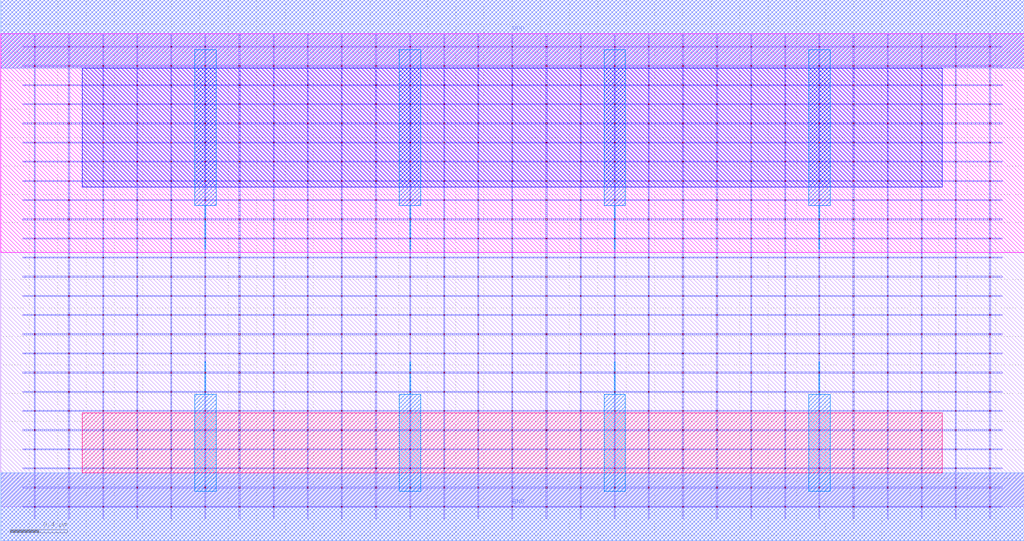
<source format=lef>
MACRO OAI22X1
 CLASS CORE ;
 FOREIGN OAI22X1 0 0 ;
 ORIGIN 0 0 ;
 SYMMETRY X Y R90 ;
 SITE UNIT ;
  PIN VDD
   DIRECTION INOUT ;
   USE SIGNAL ;
   SHAPE ABUTMENT ;
    PORT
     CLASS CORE ;
       LAYER metal2 ;
        RECT 0.00000000 3.09000000 7.20000000 3.57000000 ;
    END
  END VDD

  PIN GND
   DIRECTION INOUT ;
   USE SIGNAL ;
   SHAPE ABUTMENT ;
    PORT
     CLASS CORE ;
       LAYER metal2 ;
        RECT 0.00000000 -0.24000000 7.20000000 0.24000000 ;
    END
  END GND

  OBS
   LAYER abutment_box ;
    RECT 0.00000000 0.00000000 7.20000000 3.33000000 ;
  END

  OBS
   LAYER metal1 ;
    RECT 0.23600000 -0.08500000 0.24400000 -0.00400000 ;
    RECT 0.47600000 -0.08500000 0.48400000 -0.00400000 ;
    RECT 0.71600000 -0.08500000 0.72400000 -0.00400000 ;
    RECT 0.95600000 -0.08500000 0.96400000 -0.00400000 ;
    RECT 1.19600000 -0.08500000 1.20400000 -0.00400000 ;
    RECT 1.43600000 -0.08500000 1.44400000 -0.00400000 ;
    RECT 1.67600000 -0.08500000 1.68400000 -0.00400000 ;
    RECT 1.91600000 -0.08500000 1.92400000 -0.00400000 ;
    RECT 2.15600000 -0.08500000 2.16400000 -0.00400000 ;
    RECT 2.39600000 -0.08500000 2.40400000 -0.00400000 ;
    RECT 2.63600000 -0.08500000 2.64400000 -0.00400000 ;
    RECT 2.87600000 -0.08500000 2.88400000 -0.00400000 ;
    RECT 3.11600000 -0.08500000 3.12400000 -0.00400000 ;
    RECT 3.35600000 -0.08500000 3.36400000 -0.00400000 ;
    RECT 3.59600000 -0.08500000 3.60400000 -0.00400000 ;
    RECT 3.83600000 -0.08500000 3.84400000 -0.00400000 ;
    RECT 4.07600000 -0.08500000 4.08400000 -0.00400000 ;
    RECT 4.31600000 -0.08500000 4.32400000 -0.00400000 ;
    RECT 4.55600000 -0.08500000 4.56400000 -0.00400000 ;
    RECT 4.79600000 -0.08500000 4.80400000 -0.00400000 ;
    RECT 5.03600000 -0.08500000 5.04400000 -0.00400000 ;
    RECT 5.27600000 -0.08500000 5.28400000 -0.00400000 ;
    RECT 5.51600000 -0.08500000 5.52400000 -0.00400000 ;
    RECT 5.75600000 -0.08500000 5.76400000 -0.00400000 ;
    RECT 5.99600000 -0.08500000 6.00400000 -0.00400000 ;
    RECT 6.23600000 -0.08500000 6.24400000 -0.00400000 ;
    RECT 6.47600000 -0.08500000 6.48400000 -0.00400000 ;
    RECT 6.71600000 -0.08500000 6.72400000 -0.00400000 ;
    RECT 6.95600000 -0.08500000 6.96400000 -0.00400000 ;
    RECT 0.15500000 -0.00400000 7.04500000 0.00400000 ;
    RECT 0.23600000 0.00400000 0.24400000 0.13100000 ;
    RECT 0.47600000 0.00400000 0.48400000 0.13100000 ;
    RECT 0.71600000 0.00400000 0.72400000 0.13100000 ;
    RECT 0.95600000 0.00400000 0.96400000 0.13100000 ;
    RECT 1.19600000 0.00400000 1.20400000 0.13100000 ;
    RECT 1.43600000 0.00400000 1.44400000 0.13100000 ;
    RECT 1.67600000 0.00400000 1.68400000 0.13100000 ;
    RECT 1.91600000 0.00400000 1.92400000 0.13100000 ;
    RECT 2.15600000 0.00400000 2.16400000 0.13100000 ;
    RECT 2.39600000 0.00400000 2.40400000 0.13100000 ;
    RECT 2.63600000 0.00400000 2.64400000 0.13100000 ;
    RECT 2.87600000 0.00400000 2.88400000 0.13100000 ;
    RECT 3.11600000 0.00400000 3.12400000 0.13100000 ;
    RECT 3.35600000 0.00400000 3.36400000 0.13100000 ;
    RECT 3.59600000 0.00400000 3.60400000 0.13100000 ;
    RECT 3.83600000 0.00400000 3.84400000 0.13100000 ;
    RECT 4.07600000 0.00400000 4.08400000 0.13100000 ;
    RECT 4.31600000 0.00400000 4.32400000 0.13100000 ;
    RECT 4.55600000 0.00400000 4.56400000 0.13100000 ;
    RECT 4.79600000 0.00400000 4.80400000 0.13100000 ;
    RECT 5.03600000 0.00400000 5.04400000 0.13100000 ;
    RECT 5.27600000 0.00400000 5.28400000 0.13100000 ;
    RECT 5.51600000 0.00400000 5.52400000 0.13100000 ;
    RECT 5.75600000 0.00400000 5.76400000 0.13100000 ;
    RECT 5.99600000 0.00400000 6.00400000 0.13100000 ;
    RECT 6.23600000 0.00400000 6.24400000 0.13100000 ;
    RECT 6.47600000 0.00400000 6.48400000 0.13100000 ;
    RECT 6.71600000 0.00400000 6.72400000 0.13100000 ;
    RECT 6.95600000 0.00400000 6.96400000 0.13100000 ;
    RECT 0.15500000 0.13100000 7.04500000 0.13900000 ;
    RECT 0.23600000 0.13900000 0.24400000 0.26600000 ;
    RECT 0.47600000 0.13900000 0.48400000 0.26600000 ;
    RECT 0.71600000 0.13900000 0.72400000 0.26600000 ;
    RECT 0.95600000 0.13900000 0.96400000 0.26600000 ;
    RECT 1.19600000 0.13900000 1.20400000 0.26600000 ;
    RECT 1.43600000 0.13900000 1.44400000 0.26600000 ;
    RECT 1.67600000 0.13900000 1.68400000 0.26600000 ;
    RECT 1.91600000 0.13900000 1.92400000 0.26600000 ;
    RECT 2.15600000 0.13900000 2.16400000 0.26600000 ;
    RECT 2.39600000 0.13900000 2.40400000 0.26600000 ;
    RECT 2.63600000 0.13900000 2.64400000 0.26600000 ;
    RECT 2.87600000 0.13900000 2.88400000 0.26600000 ;
    RECT 3.11600000 0.13900000 3.12400000 0.26600000 ;
    RECT 3.35600000 0.13900000 3.36400000 0.26600000 ;
    RECT 3.59600000 0.13900000 3.60400000 0.26600000 ;
    RECT 3.83600000 0.13900000 3.84400000 0.26600000 ;
    RECT 4.07600000 0.13900000 4.08400000 0.26600000 ;
    RECT 4.31600000 0.13900000 4.32400000 0.26600000 ;
    RECT 4.55600000 0.13900000 4.56400000 0.26600000 ;
    RECT 4.79600000 0.13900000 4.80400000 0.26600000 ;
    RECT 5.03600000 0.13900000 5.04400000 0.26600000 ;
    RECT 5.27600000 0.13900000 5.28400000 0.26600000 ;
    RECT 5.51600000 0.13900000 5.52400000 0.26600000 ;
    RECT 5.75600000 0.13900000 5.76400000 0.26600000 ;
    RECT 5.99600000 0.13900000 6.00400000 0.26600000 ;
    RECT 6.23600000 0.13900000 6.24400000 0.26600000 ;
    RECT 6.47600000 0.13900000 6.48400000 0.26600000 ;
    RECT 6.71600000 0.13900000 6.72400000 0.26600000 ;
    RECT 6.95600000 0.13900000 6.96400000 0.26600000 ;
    RECT 0.15500000 0.26600000 7.04500000 0.27400000 ;
    RECT 0.23600000 0.27400000 0.24400000 0.40100000 ;
    RECT 0.47600000 0.27400000 0.48400000 0.40100000 ;
    RECT 0.71600000 0.27400000 0.72400000 0.40100000 ;
    RECT 0.95600000 0.27400000 0.96400000 0.40100000 ;
    RECT 1.19600000 0.27400000 1.20400000 0.40100000 ;
    RECT 1.43600000 0.27400000 1.44400000 0.40100000 ;
    RECT 1.67600000 0.27400000 1.68400000 0.40100000 ;
    RECT 1.91600000 0.27400000 1.92400000 0.40100000 ;
    RECT 2.15600000 0.27400000 2.16400000 0.40100000 ;
    RECT 2.39600000 0.27400000 2.40400000 0.40100000 ;
    RECT 2.63600000 0.27400000 2.64400000 0.40100000 ;
    RECT 2.87600000 0.27400000 2.88400000 0.40100000 ;
    RECT 3.11600000 0.27400000 3.12400000 0.40100000 ;
    RECT 3.35600000 0.27400000 3.36400000 0.40100000 ;
    RECT 3.59600000 0.27400000 3.60400000 0.40100000 ;
    RECT 3.83600000 0.27400000 3.84400000 0.40100000 ;
    RECT 4.07600000 0.27400000 4.08400000 0.40100000 ;
    RECT 4.31600000 0.27400000 4.32400000 0.40100000 ;
    RECT 4.55600000 0.27400000 4.56400000 0.40100000 ;
    RECT 4.79600000 0.27400000 4.80400000 0.40100000 ;
    RECT 5.03600000 0.27400000 5.04400000 0.40100000 ;
    RECT 5.27600000 0.27400000 5.28400000 0.40100000 ;
    RECT 5.51600000 0.27400000 5.52400000 0.40100000 ;
    RECT 5.75600000 0.27400000 5.76400000 0.40100000 ;
    RECT 5.99600000 0.27400000 6.00400000 0.40100000 ;
    RECT 6.23600000 0.27400000 6.24400000 0.40100000 ;
    RECT 6.47600000 0.27400000 6.48400000 0.40100000 ;
    RECT 6.71600000 0.27400000 6.72400000 0.40100000 ;
    RECT 6.95600000 0.27400000 6.96400000 0.40100000 ;
    RECT 0.15500000 0.40100000 7.04500000 0.40900000 ;
    RECT 0.23600000 0.40900000 0.24400000 0.53600000 ;
    RECT 0.47600000 0.40900000 0.48400000 0.53600000 ;
    RECT 0.71600000 0.40900000 0.72400000 0.53600000 ;
    RECT 0.95600000 0.40900000 0.96400000 0.53600000 ;
    RECT 1.19600000 0.40900000 1.20400000 0.53600000 ;
    RECT 1.43600000 0.40900000 1.44400000 0.53600000 ;
    RECT 1.67600000 0.40900000 1.68400000 0.53600000 ;
    RECT 1.91600000 0.40900000 1.92400000 0.53600000 ;
    RECT 2.15600000 0.40900000 2.16400000 0.53600000 ;
    RECT 2.39600000 0.40900000 2.40400000 0.53600000 ;
    RECT 2.63600000 0.40900000 2.64400000 0.53600000 ;
    RECT 2.87600000 0.40900000 2.88400000 0.53600000 ;
    RECT 3.11600000 0.40900000 3.12400000 0.53600000 ;
    RECT 3.35600000 0.40900000 3.36400000 0.53600000 ;
    RECT 3.59600000 0.40900000 3.60400000 0.53600000 ;
    RECT 3.83600000 0.40900000 3.84400000 0.53600000 ;
    RECT 4.07600000 0.40900000 4.08400000 0.53600000 ;
    RECT 4.31600000 0.40900000 4.32400000 0.53600000 ;
    RECT 4.55600000 0.40900000 4.56400000 0.53600000 ;
    RECT 4.79600000 0.40900000 4.80400000 0.53600000 ;
    RECT 5.03600000 0.40900000 5.04400000 0.53600000 ;
    RECT 5.27600000 0.40900000 5.28400000 0.53600000 ;
    RECT 5.51600000 0.40900000 5.52400000 0.53600000 ;
    RECT 5.75600000 0.40900000 5.76400000 0.53600000 ;
    RECT 5.99600000 0.40900000 6.00400000 0.53600000 ;
    RECT 6.23600000 0.40900000 6.24400000 0.53600000 ;
    RECT 6.47600000 0.40900000 6.48400000 0.53600000 ;
    RECT 6.71600000 0.40900000 6.72400000 0.53600000 ;
    RECT 6.95600000 0.40900000 6.96400000 0.53600000 ;
    RECT 0.15500000 0.53600000 7.04500000 0.54400000 ;
    RECT 0.23600000 0.54400000 0.24400000 0.67100000 ;
    RECT 0.47600000 0.54400000 0.48400000 0.67100000 ;
    RECT 0.71600000 0.54400000 0.72400000 0.67100000 ;
    RECT 0.95600000 0.54400000 0.96400000 0.67100000 ;
    RECT 1.19600000 0.54400000 1.20400000 0.67100000 ;
    RECT 1.43600000 0.54400000 1.44400000 0.67100000 ;
    RECT 1.67600000 0.54400000 1.68400000 0.67100000 ;
    RECT 1.91600000 0.54400000 1.92400000 0.67100000 ;
    RECT 2.15600000 0.54400000 2.16400000 0.67100000 ;
    RECT 2.39600000 0.54400000 2.40400000 0.67100000 ;
    RECT 2.63600000 0.54400000 2.64400000 0.67100000 ;
    RECT 2.87600000 0.54400000 2.88400000 0.67100000 ;
    RECT 3.11600000 0.54400000 3.12400000 0.67100000 ;
    RECT 3.35600000 0.54400000 3.36400000 0.67100000 ;
    RECT 3.59600000 0.54400000 3.60400000 0.67100000 ;
    RECT 3.83600000 0.54400000 3.84400000 0.67100000 ;
    RECT 4.07600000 0.54400000 4.08400000 0.67100000 ;
    RECT 4.31600000 0.54400000 4.32400000 0.67100000 ;
    RECT 4.55600000 0.54400000 4.56400000 0.67100000 ;
    RECT 4.79600000 0.54400000 4.80400000 0.67100000 ;
    RECT 5.03600000 0.54400000 5.04400000 0.67100000 ;
    RECT 5.27600000 0.54400000 5.28400000 0.67100000 ;
    RECT 5.51600000 0.54400000 5.52400000 0.67100000 ;
    RECT 5.75600000 0.54400000 5.76400000 0.67100000 ;
    RECT 5.99600000 0.54400000 6.00400000 0.67100000 ;
    RECT 6.23600000 0.54400000 6.24400000 0.67100000 ;
    RECT 6.47600000 0.54400000 6.48400000 0.67100000 ;
    RECT 6.71600000 0.54400000 6.72400000 0.67100000 ;
    RECT 6.95600000 0.54400000 6.96400000 0.67100000 ;
    RECT 0.15500000 0.67100000 7.04500000 0.67900000 ;
    RECT 0.23600000 0.67900000 0.24400000 0.80600000 ;
    RECT 0.47600000 0.67900000 0.48400000 0.80600000 ;
    RECT 0.71600000 0.67900000 0.72400000 0.80600000 ;
    RECT 0.95600000 0.67900000 0.96400000 0.80600000 ;
    RECT 1.19600000 0.67900000 1.20400000 0.80600000 ;
    RECT 1.43600000 0.67900000 1.44400000 0.80600000 ;
    RECT 1.67600000 0.67900000 1.68400000 0.80600000 ;
    RECT 1.91600000 0.67900000 1.92400000 0.80600000 ;
    RECT 2.15600000 0.67900000 2.16400000 0.80600000 ;
    RECT 2.39600000 0.67900000 2.40400000 0.80600000 ;
    RECT 2.63600000 0.67900000 2.64400000 0.80600000 ;
    RECT 2.87600000 0.67900000 2.88400000 0.80600000 ;
    RECT 3.11600000 0.67900000 3.12400000 0.80600000 ;
    RECT 3.35600000 0.67900000 3.36400000 0.80600000 ;
    RECT 3.59600000 0.67900000 3.60400000 0.80600000 ;
    RECT 3.83600000 0.67900000 3.84400000 0.80600000 ;
    RECT 4.07600000 0.67900000 4.08400000 0.80600000 ;
    RECT 4.31600000 0.67900000 4.32400000 0.80600000 ;
    RECT 4.55600000 0.67900000 4.56400000 0.80600000 ;
    RECT 4.79600000 0.67900000 4.80400000 0.80600000 ;
    RECT 5.03600000 0.67900000 5.04400000 0.80600000 ;
    RECT 5.27600000 0.67900000 5.28400000 0.80600000 ;
    RECT 5.51600000 0.67900000 5.52400000 0.80600000 ;
    RECT 5.75600000 0.67900000 5.76400000 0.80600000 ;
    RECT 5.99600000 0.67900000 6.00400000 0.80600000 ;
    RECT 6.23600000 0.67900000 6.24400000 0.80600000 ;
    RECT 6.47600000 0.67900000 6.48400000 0.80600000 ;
    RECT 6.71600000 0.67900000 6.72400000 0.80600000 ;
    RECT 6.95600000 0.67900000 6.96400000 0.80600000 ;
    RECT 0.15500000 0.80600000 7.04500000 0.81400000 ;
    RECT 0.23600000 0.81400000 0.24400000 0.94100000 ;
    RECT 0.47600000 0.81400000 0.48400000 0.94100000 ;
    RECT 0.71600000 0.81400000 0.72400000 0.94100000 ;
    RECT 0.95600000 0.81400000 0.96400000 0.94100000 ;
    RECT 1.19600000 0.81400000 1.20400000 0.94100000 ;
    RECT 1.43600000 0.81400000 1.44400000 0.94100000 ;
    RECT 1.67600000 0.81400000 1.68400000 0.94100000 ;
    RECT 1.91600000 0.81400000 1.92400000 0.94100000 ;
    RECT 2.15600000 0.81400000 2.16400000 0.94100000 ;
    RECT 2.39600000 0.81400000 2.40400000 0.94100000 ;
    RECT 2.63600000 0.81400000 2.64400000 0.94100000 ;
    RECT 2.87600000 0.81400000 2.88400000 0.94100000 ;
    RECT 3.11600000 0.81400000 3.12400000 0.94100000 ;
    RECT 3.35600000 0.81400000 3.36400000 0.94100000 ;
    RECT 3.59600000 0.81400000 3.60400000 0.94100000 ;
    RECT 3.83600000 0.81400000 3.84400000 0.94100000 ;
    RECT 4.07600000 0.81400000 4.08400000 0.94100000 ;
    RECT 4.31600000 0.81400000 4.32400000 0.94100000 ;
    RECT 4.55600000 0.81400000 4.56400000 0.94100000 ;
    RECT 4.79600000 0.81400000 4.80400000 0.94100000 ;
    RECT 5.03600000 0.81400000 5.04400000 0.94100000 ;
    RECT 5.27600000 0.81400000 5.28400000 0.94100000 ;
    RECT 5.51600000 0.81400000 5.52400000 0.94100000 ;
    RECT 5.75600000 0.81400000 5.76400000 0.94100000 ;
    RECT 5.99600000 0.81400000 6.00400000 0.94100000 ;
    RECT 6.23600000 0.81400000 6.24400000 0.94100000 ;
    RECT 6.47600000 0.81400000 6.48400000 0.94100000 ;
    RECT 6.71600000 0.81400000 6.72400000 0.94100000 ;
    RECT 6.95600000 0.81400000 6.96400000 0.94100000 ;
    RECT 0.15500000 0.94100000 7.04500000 0.94900000 ;
    RECT 0.23600000 0.94900000 0.24400000 1.07600000 ;
    RECT 0.47600000 0.94900000 0.48400000 1.07600000 ;
    RECT 0.71600000 0.94900000 0.72400000 1.07600000 ;
    RECT 0.95600000 0.94900000 0.96400000 1.07600000 ;
    RECT 1.19600000 0.94900000 1.20400000 1.07600000 ;
    RECT 1.43600000 0.94900000 1.44400000 1.07600000 ;
    RECT 1.67600000 0.94900000 1.68400000 1.07600000 ;
    RECT 1.91600000 0.94900000 1.92400000 1.07600000 ;
    RECT 2.15600000 0.94900000 2.16400000 1.07600000 ;
    RECT 2.39600000 0.94900000 2.40400000 1.07600000 ;
    RECT 2.63600000 0.94900000 2.64400000 1.07600000 ;
    RECT 2.87600000 0.94900000 2.88400000 1.07600000 ;
    RECT 3.11600000 0.94900000 3.12400000 1.07600000 ;
    RECT 3.35600000 0.94900000 3.36400000 1.07600000 ;
    RECT 3.59600000 0.94900000 3.60400000 1.07600000 ;
    RECT 3.83600000 0.94900000 3.84400000 1.07600000 ;
    RECT 4.07600000 0.94900000 4.08400000 1.07600000 ;
    RECT 4.31600000 0.94900000 4.32400000 1.07600000 ;
    RECT 4.55600000 0.94900000 4.56400000 1.07600000 ;
    RECT 4.79600000 0.94900000 4.80400000 1.07600000 ;
    RECT 5.03600000 0.94900000 5.04400000 1.07600000 ;
    RECT 5.27600000 0.94900000 5.28400000 1.07600000 ;
    RECT 5.51600000 0.94900000 5.52400000 1.07600000 ;
    RECT 5.75600000 0.94900000 5.76400000 1.07600000 ;
    RECT 5.99600000 0.94900000 6.00400000 1.07600000 ;
    RECT 6.23600000 0.94900000 6.24400000 1.07600000 ;
    RECT 6.47600000 0.94900000 6.48400000 1.07600000 ;
    RECT 6.71600000 0.94900000 6.72400000 1.07600000 ;
    RECT 6.95600000 0.94900000 6.96400000 1.07600000 ;
    RECT 0.15500000 1.07600000 7.04500000 1.08400000 ;
    RECT 0.23600000 1.08400000 0.24400000 1.21100000 ;
    RECT 0.47600000 1.08400000 0.48400000 1.21100000 ;
    RECT 0.71600000 1.08400000 0.72400000 1.21100000 ;
    RECT 0.95600000 1.08400000 0.96400000 1.21100000 ;
    RECT 1.19600000 1.08400000 1.20400000 1.21100000 ;
    RECT 1.43600000 1.08400000 1.44400000 1.21100000 ;
    RECT 1.67600000 1.08400000 1.68400000 1.21100000 ;
    RECT 1.91600000 1.08400000 1.92400000 1.21100000 ;
    RECT 2.15600000 1.08400000 2.16400000 1.21100000 ;
    RECT 2.39600000 1.08400000 2.40400000 1.21100000 ;
    RECT 2.63600000 1.08400000 2.64400000 1.21100000 ;
    RECT 2.87600000 1.08400000 2.88400000 1.21100000 ;
    RECT 3.11600000 1.08400000 3.12400000 1.21100000 ;
    RECT 3.35600000 1.08400000 3.36400000 1.21100000 ;
    RECT 3.59600000 1.08400000 3.60400000 1.21100000 ;
    RECT 3.83600000 1.08400000 3.84400000 1.21100000 ;
    RECT 4.07600000 1.08400000 4.08400000 1.21100000 ;
    RECT 4.31600000 1.08400000 4.32400000 1.21100000 ;
    RECT 4.55600000 1.08400000 4.56400000 1.21100000 ;
    RECT 4.79600000 1.08400000 4.80400000 1.21100000 ;
    RECT 5.03600000 1.08400000 5.04400000 1.21100000 ;
    RECT 5.27600000 1.08400000 5.28400000 1.21100000 ;
    RECT 5.51600000 1.08400000 5.52400000 1.21100000 ;
    RECT 5.75600000 1.08400000 5.76400000 1.21100000 ;
    RECT 5.99600000 1.08400000 6.00400000 1.21100000 ;
    RECT 6.23600000 1.08400000 6.24400000 1.21100000 ;
    RECT 6.47600000 1.08400000 6.48400000 1.21100000 ;
    RECT 6.71600000 1.08400000 6.72400000 1.21100000 ;
    RECT 6.95600000 1.08400000 6.96400000 1.21100000 ;
    RECT 0.15500000 1.21100000 7.04500000 1.21900000 ;
    RECT 0.23600000 1.21900000 0.24400000 1.34600000 ;
    RECT 0.47600000 1.21900000 0.48400000 1.34600000 ;
    RECT 0.71600000 1.21900000 0.72400000 1.34600000 ;
    RECT 0.95600000 1.21900000 0.96400000 1.34600000 ;
    RECT 1.19600000 1.21900000 1.20400000 1.34600000 ;
    RECT 1.43600000 1.21900000 1.44400000 1.34600000 ;
    RECT 1.67600000 1.21900000 1.68400000 1.34600000 ;
    RECT 1.91600000 1.21900000 1.92400000 1.34600000 ;
    RECT 2.15600000 1.21900000 2.16400000 1.34600000 ;
    RECT 2.39600000 1.21900000 2.40400000 1.34600000 ;
    RECT 2.63600000 1.21900000 2.64400000 1.34600000 ;
    RECT 2.87600000 1.21900000 2.88400000 1.34600000 ;
    RECT 3.11600000 1.21900000 3.12400000 1.34600000 ;
    RECT 3.35600000 1.21900000 3.36400000 1.34600000 ;
    RECT 3.59600000 1.21900000 3.60400000 1.34600000 ;
    RECT 3.83600000 1.21900000 3.84400000 1.34600000 ;
    RECT 4.07600000 1.21900000 4.08400000 1.34600000 ;
    RECT 4.31600000 1.21900000 4.32400000 1.34600000 ;
    RECT 4.55600000 1.21900000 4.56400000 1.34600000 ;
    RECT 4.79600000 1.21900000 4.80400000 1.34600000 ;
    RECT 5.03600000 1.21900000 5.04400000 1.34600000 ;
    RECT 5.27600000 1.21900000 5.28400000 1.34600000 ;
    RECT 5.51600000 1.21900000 5.52400000 1.34600000 ;
    RECT 5.75600000 1.21900000 5.76400000 1.34600000 ;
    RECT 5.99600000 1.21900000 6.00400000 1.34600000 ;
    RECT 6.23600000 1.21900000 6.24400000 1.34600000 ;
    RECT 6.47600000 1.21900000 6.48400000 1.34600000 ;
    RECT 6.71600000 1.21900000 6.72400000 1.34600000 ;
    RECT 6.95600000 1.21900000 6.96400000 1.34600000 ;
    RECT 0.15500000 1.34600000 7.04500000 1.35400000 ;
    RECT 0.23600000 1.35400000 0.24400000 1.48100000 ;
    RECT 0.47600000 1.35400000 0.48400000 1.48100000 ;
    RECT 0.71600000 1.35400000 0.72400000 1.48100000 ;
    RECT 0.95600000 1.35400000 0.96400000 1.48100000 ;
    RECT 1.19600000 1.35400000 1.20400000 1.48100000 ;
    RECT 1.43600000 1.35400000 1.44400000 1.48100000 ;
    RECT 1.67600000 1.35400000 1.68400000 1.48100000 ;
    RECT 1.91600000 1.35400000 1.92400000 1.48100000 ;
    RECT 2.15600000 1.35400000 2.16400000 1.48100000 ;
    RECT 2.39600000 1.35400000 2.40400000 1.48100000 ;
    RECT 2.63600000 1.35400000 2.64400000 1.48100000 ;
    RECT 2.87600000 1.35400000 2.88400000 1.48100000 ;
    RECT 3.11600000 1.35400000 3.12400000 1.48100000 ;
    RECT 3.35600000 1.35400000 3.36400000 1.48100000 ;
    RECT 3.59600000 1.35400000 3.60400000 1.48100000 ;
    RECT 3.83600000 1.35400000 3.84400000 1.48100000 ;
    RECT 4.07600000 1.35400000 4.08400000 1.48100000 ;
    RECT 4.31600000 1.35400000 4.32400000 1.48100000 ;
    RECT 4.55600000 1.35400000 4.56400000 1.48100000 ;
    RECT 4.79600000 1.35400000 4.80400000 1.48100000 ;
    RECT 5.03600000 1.35400000 5.04400000 1.48100000 ;
    RECT 5.27600000 1.35400000 5.28400000 1.48100000 ;
    RECT 5.51600000 1.35400000 5.52400000 1.48100000 ;
    RECT 5.75600000 1.35400000 5.76400000 1.48100000 ;
    RECT 5.99600000 1.35400000 6.00400000 1.48100000 ;
    RECT 6.23600000 1.35400000 6.24400000 1.48100000 ;
    RECT 6.47600000 1.35400000 6.48400000 1.48100000 ;
    RECT 6.71600000 1.35400000 6.72400000 1.48100000 ;
    RECT 6.95600000 1.35400000 6.96400000 1.48100000 ;
    RECT 0.15500000 1.48100000 7.04500000 1.48900000 ;
    RECT 0.23600000 1.48900000 0.24400000 1.61600000 ;
    RECT 0.47600000 1.48900000 0.48400000 1.61600000 ;
    RECT 0.71600000 1.48900000 0.72400000 1.61600000 ;
    RECT 0.95600000 1.48900000 0.96400000 1.61600000 ;
    RECT 1.19600000 1.48900000 1.20400000 1.61600000 ;
    RECT 1.43600000 1.48900000 1.44400000 1.61600000 ;
    RECT 1.67600000 1.48900000 1.68400000 1.61600000 ;
    RECT 1.91600000 1.48900000 1.92400000 1.61600000 ;
    RECT 2.15600000 1.48900000 2.16400000 1.61600000 ;
    RECT 2.39600000 1.48900000 2.40400000 1.61600000 ;
    RECT 2.63600000 1.48900000 2.64400000 1.61600000 ;
    RECT 2.87600000 1.48900000 2.88400000 1.61600000 ;
    RECT 3.11600000 1.48900000 3.12400000 1.61600000 ;
    RECT 3.35600000 1.48900000 3.36400000 1.61600000 ;
    RECT 3.59600000 1.48900000 3.60400000 1.61600000 ;
    RECT 3.83600000 1.48900000 3.84400000 1.61600000 ;
    RECT 4.07600000 1.48900000 4.08400000 1.61600000 ;
    RECT 4.31600000 1.48900000 4.32400000 1.61600000 ;
    RECT 4.55600000 1.48900000 4.56400000 1.61600000 ;
    RECT 4.79600000 1.48900000 4.80400000 1.61600000 ;
    RECT 5.03600000 1.48900000 5.04400000 1.61600000 ;
    RECT 5.27600000 1.48900000 5.28400000 1.61600000 ;
    RECT 5.51600000 1.48900000 5.52400000 1.61600000 ;
    RECT 5.75600000 1.48900000 5.76400000 1.61600000 ;
    RECT 5.99600000 1.48900000 6.00400000 1.61600000 ;
    RECT 6.23600000 1.48900000 6.24400000 1.61600000 ;
    RECT 6.47600000 1.48900000 6.48400000 1.61600000 ;
    RECT 6.71600000 1.48900000 6.72400000 1.61600000 ;
    RECT 6.95600000 1.48900000 6.96400000 1.61600000 ;
    RECT 0.15500000 1.61600000 7.04500000 1.62400000 ;
    RECT 0.23600000 1.62400000 0.24400000 1.75100000 ;
    RECT 0.47600000 1.62400000 0.48400000 1.75100000 ;
    RECT 0.71600000 1.62400000 0.72400000 1.75100000 ;
    RECT 0.95600000 1.62400000 0.96400000 1.75100000 ;
    RECT 1.19600000 1.62400000 1.20400000 1.75100000 ;
    RECT 1.43600000 1.62400000 1.44400000 1.75100000 ;
    RECT 1.67600000 1.62400000 1.68400000 1.75100000 ;
    RECT 1.91600000 1.62400000 1.92400000 1.75100000 ;
    RECT 2.15600000 1.62400000 2.16400000 1.75100000 ;
    RECT 2.39600000 1.62400000 2.40400000 1.75100000 ;
    RECT 2.63600000 1.62400000 2.64400000 1.75100000 ;
    RECT 2.87600000 1.62400000 2.88400000 1.75100000 ;
    RECT 3.11600000 1.62400000 3.12400000 1.75100000 ;
    RECT 3.35600000 1.62400000 3.36400000 1.75100000 ;
    RECT 3.59600000 1.62400000 3.60400000 1.75100000 ;
    RECT 3.83600000 1.62400000 3.84400000 1.75100000 ;
    RECT 4.07600000 1.62400000 4.08400000 1.75100000 ;
    RECT 4.31600000 1.62400000 4.32400000 1.75100000 ;
    RECT 4.55600000 1.62400000 4.56400000 1.75100000 ;
    RECT 4.79600000 1.62400000 4.80400000 1.75100000 ;
    RECT 5.03600000 1.62400000 5.04400000 1.75100000 ;
    RECT 5.27600000 1.62400000 5.28400000 1.75100000 ;
    RECT 5.51600000 1.62400000 5.52400000 1.75100000 ;
    RECT 5.75600000 1.62400000 5.76400000 1.75100000 ;
    RECT 5.99600000 1.62400000 6.00400000 1.75100000 ;
    RECT 6.23600000 1.62400000 6.24400000 1.75100000 ;
    RECT 6.47600000 1.62400000 6.48400000 1.75100000 ;
    RECT 6.71600000 1.62400000 6.72400000 1.75100000 ;
    RECT 6.95600000 1.62400000 6.96400000 1.75100000 ;
    RECT 0.15500000 1.75100000 7.04500000 1.75900000 ;
    RECT 0.23600000 1.75900000 0.24400000 1.88600000 ;
    RECT 0.47600000 1.75900000 0.48400000 1.88600000 ;
    RECT 0.71600000 1.75900000 0.72400000 1.88600000 ;
    RECT 0.95600000 1.75900000 0.96400000 1.88600000 ;
    RECT 1.19600000 1.75900000 1.20400000 1.88600000 ;
    RECT 1.43600000 1.75900000 1.44400000 1.88600000 ;
    RECT 1.67600000 1.75900000 1.68400000 1.88600000 ;
    RECT 1.91600000 1.75900000 1.92400000 1.88600000 ;
    RECT 2.15600000 1.75900000 2.16400000 1.88600000 ;
    RECT 2.39600000 1.75900000 2.40400000 1.88600000 ;
    RECT 2.63600000 1.75900000 2.64400000 1.88600000 ;
    RECT 2.87600000 1.75900000 2.88400000 1.88600000 ;
    RECT 3.11600000 1.75900000 3.12400000 1.88600000 ;
    RECT 3.35600000 1.75900000 3.36400000 1.88600000 ;
    RECT 3.59600000 1.75900000 3.60400000 1.88600000 ;
    RECT 3.83600000 1.75900000 3.84400000 1.88600000 ;
    RECT 4.07600000 1.75900000 4.08400000 1.88600000 ;
    RECT 4.31600000 1.75900000 4.32400000 1.88600000 ;
    RECT 4.55600000 1.75900000 4.56400000 1.88600000 ;
    RECT 4.79600000 1.75900000 4.80400000 1.88600000 ;
    RECT 5.03600000 1.75900000 5.04400000 1.88600000 ;
    RECT 5.27600000 1.75900000 5.28400000 1.88600000 ;
    RECT 5.51600000 1.75900000 5.52400000 1.88600000 ;
    RECT 5.75600000 1.75900000 5.76400000 1.88600000 ;
    RECT 5.99600000 1.75900000 6.00400000 1.88600000 ;
    RECT 6.23600000 1.75900000 6.24400000 1.88600000 ;
    RECT 6.47600000 1.75900000 6.48400000 1.88600000 ;
    RECT 6.71600000 1.75900000 6.72400000 1.88600000 ;
    RECT 6.95600000 1.75900000 6.96400000 1.88600000 ;
    RECT 0.15500000 1.88600000 7.04500000 1.89400000 ;
    RECT 0.23600000 1.89400000 0.24400000 2.02100000 ;
    RECT 0.47600000 1.89400000 0.48400000 2.02100000 ;
    RECT 0.71600000 1.89400000 0.72400000 2.02100000 ;
    RECT 0.95600000 1.89400000 0.96400000 2.02100000 ;
    RECT 1.19600000 1.89400000 1.20400000 2.02100000 ;
    RECT 1.43600000 1.89400000 1.44400000 2.02100000 ;
    RECT 1.67600000 1.89400000 1.68400000 2.02100000 ;
    RECT 1.91600000 1.89400000 1.92400000 2.02100000 ;
    RECT 2.15600000 1.89400000 2.16400000 2.02100000 ;
    RECT 2.39600000 1.89400000 2.40400000 2.02100000 ;
    RECT 2.63600000 1.89400000 2.64400000 2.02100000 ;
    RECT 2.87600000 1.89400000 2.88400000 2.02100000 ;
    RECT 3.11600000 1.89400000 3.12400000 2.02100000 ;
    RECT 3.35600000 1.89400000 3.36400000 2.02100000 ;
    RECT 3.59600000 1.89400000 3.60400000 2.02100000 ;
    RECT 3.83600000 1.89400000 3.84400000 2.02100000 ;
    RECT 4.07600000 1.89400000 4.08400000 2.02100000 ;
    RECT 4.31600000 1.89400000 4.32400000 2.02100000 ;
    RECT 4.55600000 1.89400000 4.56400000 2.02100000 ;
    RECT 4.79600000 1.89400000 4.80400000 2.02100000 ;
    RECT 5.03600000 1.89400000 5.04400000 2.02100000 ;
    RECT 5.27600000 1.89400000 5.28400000 2.02100000 ;
    RECT 5.51600000 1.89400000 5.52400000 2.02100000 ;
    RECT 5.75600000 1.89400000 5.76400000 2.02100000 ;
    RECT 5.99600000 1.89400000 6.00400000 2.02100000 ;
    RECT 6.23600000 1.89400000 6.24400000 2.02100000 ;
    RECT 6.47600000 1.89400000 6.48400000 2.02100000 ;
    RECT 6.71600000 1.89400000 6.72400000 2.02100000 ;
    RECT 6.95600000 1.89400000 6.96400000 2.02100000 ;
    RECT 0.15500000 2.02100000 7.04500000 2.02900000 ;
    RECT 0.23600000 2.02900000 0.24400000 2.15600000 ;
    RECT 0.47600000 2.02900000 0.48400000 2.15600000 ;
    RECT 0.71600000 2.02900000 0.72400000 2.15600000 ;
    RECT 0.95600000 2.02900000 0.96400000 2.15600000 ;
    RECT 1.19600000 2.02900000 1.20400000 2.15600000 ;
    RECT 1.43600000 2.02900000 1.44400000 2.15600000 ;
    RECT 1.67600000 2.02900000 1.68400000 2.15600000 ;
    RECT 1.91600000 2.02900000 1.92400000 2.15600000 ;
    RECT 2.15600000 2.02900000 2.16400000 2.15600000 ;
    RECT 2.39600000 2.02900000 2.40400000 2.15600000 ;
    RECT 2.63600000 2.02900000 2.64400000 2.15600000 ;
    RECT 2.87600000 2.02900000 2.88400000 2.15600000 ;
    RECT 3.11600000 2.02900000 3.12400000 2.15600000 ;
    RECT 3.35600000 2.02900000 3.36400000 2.15600000 ;
    RECT 3.59600000 2.02900000 3.60400000 2.15600000 ;
    RECT 3.83600000 2.02900000 3.84400000 2.15600000 ;
    RECT 4.07600000 2.02900000 4.08400000 2.15600000 ;
    RECT 4.31600000 2.02900000 4.32400000 2.15600000 ;
    RECT 4.55600000 2.02900000 4.56400000 2.15600000 ;
    RECT 4.79600000 2.02900000 4.80400000 2.15600000 ;
    RECT 5.03600000 2.02900000 5.04400000 2.15600000 ;
    RECT 5.27600000 2.02900000 5.28400000 2.15600000 ;
    RECT 5.51600000 2.02900000 5.52400000 2.15600000 ;
    RECT 5.75600000 2.02900000 5.76400000 2.15600000 ;
    RECT 5.99600000 2.02900000 6.00400000 2.15600000 ;
    RECT 6.23600000 2.02900000 6.24400000 2.15600000 ;
    RECT 6.47600000 2.02900000 6.48400000 2.15600000 ;
    RECT 6.71600000 2.02900000 6.72400000 2.15600000 ;
    RECT 6.95600000 2.02900000 6.96400000 2.15600000 ;
    RECT 0.15500000 2.15600000 7.04500000 2.16400000 ;
    RECT 0.23600000 2.16400000 0.24400000 2.29100000 ;
    RECT 0.47600000 2.16400000 0.48400000 2.29100000 ;
    RECT 0.71600000 2.16400000 0.72400000 2.29100000 ;
    RECT 0.95600000 2.16400000 0.96400000 2.29100000 ;
    RECT 1.19600000 2.16400000 1.20400000 2.29100000 ;
    RECT 1.43600000 2.16400000 1.44400000 2.29100000 ;
    RECT 1.67600000 2.16400000 1.68400000 2.29100000 ;
    RECT 1.91600000 2.16400000 1.92400000 2.29100000 ;
    RECT 2.15600000 2.16400000 2.16400000 2.29100000 ;
    RECT 2.39600000 2.16400000 2.40400000 2.29100000 ;
    RECT 2.63600000 2.16400000 2.64400000 2.29100000 ;
    RECT 2.87600000 2.16400000 2.88400000 2.29100000 ;
    RECT 3.11600000 2.16400000 3.12400000 2.29100000 ;
    RECT 3.35600000 2.16400000 3.36400000 2.29100000 ;
    RECT 3.59600000 2.16400000 3.60400000 2.29100000 ;
    RECT 3.83600000 2.16400000 3.84400000 2.29100000 ;
    RECT 4.07600000 2.16400000 4.08400000 2.29100000 ;
    RECT 4.31600000 2.16400000 4.32400000 2.29100000 ;
    RECT 4.55600000 2.16400000 4.56400000 2.29100000 ;
    RECT 4.79600000 2.16400000 4.80400000 2.29100000 ;
    RECT 5.03600000 2.16400000 5.04400000 2.29100000 ;
    RECT 5.27600000 2.16400000 5.28400000 2.29100000 ;
    RECT 5.51600000 2.16400000 5.52400000 2.29100000 ;
    RECT 5.75600000 2.16400000 5.76400000 2.29100000 ;
    RECT 5.99600000 2.16400000 6.00400000 2.29100000 ;
    RECT 6.23600000 2.16400000 6.24400000 2.29100000 ;
    RECT 6.47600000 2.16400000 6.48400000 2.29100000 ;
    RECT 6.71600000 2.16400000 6.72400000 2.29100000 ;
    RECT 6.95600000 2.16400000 6.96400000 2.29100000 ;
    RECT 0.15500000 2.29100000 7.04500000 2.29900000 ;
    RECT 0.23600000 2.29900000 0.24400000 2.42600000 ;
    RECT 0.47600000 2.29900000 0.48400000 2.42600000 ;
    RECT 0.71600000 2.29900000 0.72400000 2.42600000 ;
    RECT 0.95600000 2.29900000 0.96400000 2.42600000 ;
    RECT 1.19600000 2.29900000 1.20400000 2.42600000 ;
    RECT 1.43600000 2.29900000 1.44400000 2.42600000 ;
    RECT 1.67600000 2.29900000 1.68400000 2.42600000 ;
    RECT 1.91600000 2.29900000 1.92400000 2.42600000 ;
    RECT 2.15600000 2.29900000 2.16400000 2.42600000 ;
    RECT 2.39600000 2.29900000 2.40400000 2.42600000 ;
    RECT 2.63600000 2.29900000 2.64400000 2.42600000 ;
    RECT 2.87600000 2.29900000 2.88400000 2.42600000 ;
    RECT 3.11600000 2.29900000 3.12400000 2.42600000 ;
    RECT 3.35600000 2.29900000 3.36400000 2.42600000 ;
    RECT 3.59600000 2.29900000 3.60400000 2.42600000 ;
    RECT 3.83600000 2.29900000 3.84400000 2.42600000 ;
    RECT 4.07600000 2.29900000 4.08400000 2.42600000 ;
    RECT 4.31600000 2.29900000 4.32400000 2.42600000 ;
    RECT 4.55600000 2.29900000 4.56400000 2.42600000 ;
    RECT 4.79600000 2.29900000 4.80400000 2.42600000 ;
    RECT 5.03600000 2.29900000 5.04400000 2.42600000 ;
    RECT 5.27600000 2.29900000 5.28400000 2.42600000 ;
    RECT 5.51600000 2.29900000 5.52400000 2.42600000 ;
    RECT 5.75600000 2.29900000 5.76400000 2.42600000 ;
    RECT 5.99600000 2.29900000 6.00400000 2.42600000 ;
    RECT 6.23600000 2.29900000 6.24400000 2.42600000 ;
    RECT 6.47600000 2.29900000 6.48400000 2.42600000 ;
    RECT 6.71600000 2.29900000 6.72400000 2.42600000 ;
    RECT 6.95600000 2.29900000 6.96400000 2.42600000 ;
    RECT 0.15500000 2.42600000 7.04500000 2.43400000 ;
    RECT 0.23600000 2.43400000 0.24400000 2.56100000 ;
    RECT 0.47600000 2.43400000 0.48400000 2.56100000 ;
    RECT 0.71600000 2.43400000 0.72400000 2.56100000 ;
    RECT 0.95600000 2.43400000 0.96400000 2.56100000 ;
    RECT 1.19600000 2.43400000 1.20400000 2.56100000 ;
    RECT 1.43600000 2.43400000 1.44400000 2.56100000 ;
    RECT 1.67600000 2.43400000 1.68400000 2.56100000 ;
    RECT 1.91600000 2.43400000 1.92400000 2.56100000 ;
    RECT 2.15600000 2.43400000 2.16400000 2.56100000 ;
    RECT 2.39600000 2.43400000 2.40400000 2.56100000 ;
    RECT 2.63600000 2.43400000 2.64400000 2.56100000 ;
    RECT 2.87600000 2.43400000 2.88400000 2.56100000 ;
    RECT 3.11600000 2.43400000 3.12400000 2.56100000 ;
    RECT 3.35600000 2.43400000 3.36400000 2.56100000 ;
    RECT 3.59600000 2.43400000 3.60400000 2.56100000 ;
    RECT 3.83600000 2.43400000 3.84400000 2.56100000 ;
    RECT 4.07600000 2.43400000 4.08400000 2.56100000 ;
    RECT 4.31600000 2.43400000 4.32400000 2.56100000 ;
    RECT 4.55600000 2.43400000 4.56400000 2.56100000 ;
    RECT 4.79600000 2.43400000 4.80400000 2.56100000 ;
    RECT 5.03600000 2.43400000 5.04400000 2.56100000 ;
    RECT 5.27600000 2.43400000 5.28400000 2.56100000 ;
    RECT 5.51600000 2.43400000 5.52400000 2.56100000 ;
    RECT 5.75600000 2.43400000 5.76400000 2.56100000 ;
    RECT 5.99600000 2.43400000 6.00400000 2.56100000 ;
    RECT 6.23600000 2.43400000 6.24400000 2.56100000 ;
    RECT 6.47600000 2.43400000 6.48400000 2.56100000 ;
    RECT 6.71600000 2.43400000 6.72400000 2.56100000 ;
    RECT 6.95600000 2.43400000 6.96400000 2.56100000 ;
    RECT 0.15500000 2.56100000 7.04500000 2.56900000 ;
    RECT 0.23600000 2.56900000 0.24400000 2.69600000 ;
    RECT 0.47600000 2.56900000 0.48400000 2.69600000 ;
    RECT 0.71600000 2.56900000 0.72400000 2.69600000 ;
    RECT 0.95600000 2.56900000 0.96400000 2.69600000 ;
    RECT 1.19600000 2.56900000 1.20400000 2.69600000 ;
    RECT 1.43600000 2.56900000 1.44400000 2.69600000 ;
    RECT 1.67600000 2.56900000 1.68400000 2.69600000 ;
    RECT 1.91600000 2.56900000 1.92400000 2.69600000 ;
    RECT 2.15600000 2.56900000 2.16400000 2.69600000 ;
    RECT 2.39600000 2.56900000 2.40400000 2.69600000 ;
    RECT 2.63600000 2.56900000 2.64400000 2.69600000 ;
    RECT 2.87600000 2.56900000 2.88400000 2.69600000 ;
    RECT 3.11600000 2.56900000 3.12400000 2.69600000 ;
    RECT 3.35600000 2.56900000 3.36400000 2.69600000 ;
    RECT 3.59600000 2.56900000 3.60400000 2.69600000 ;
    RECT 3.83600000 2.56900000 3.84400000 2.69600000 ;
    RECT 4.07600000 2.56900000 4.08400000 2.69600000 ;
    RECT 4.31600000 2.56900000 4.32400000 2.69600000 ;
    RECT 4.55600000 2.56900000 4.56400000 2.69600000 ;
    RECT 4.79600000 2.56900000 4.80400000 2.69600000 ;
    RECT 5.03600000 2.56900000 5.04400000 2.69600000 ;
    RECT 5.27600000 2.56900000 5.28400000 2.69600000 ;
    RECT 5.51600000 2.56900000 5.52400000 2.69600000 ;
    RECT 5.75600000 2.56900000 5.76400000 2.69600000 ;
    RECT 5.99600000 2.56900000 6.00400000 2.69600000 ;
    RECT 6.23600000 2.56900000 6.24400000 2.69600000 ;
    RECT 6.47600000 2.56900000 6.48400000 2.69600000 ;
    RECT 6.71600000 2.56900000 6.72400000 2.69600000 ;
    RECT 6.95600000 2.56900000 6.96400000 2.69600000 ;
    RECT 0.15500000 2.69600000 7.04500000 2.70400000 ;
    RECT 0.23600000 2.70400000 0.24400000 2.83100000 ;
    RECT 0.47600000 2.70400000 0.48400000 2.83100000 ;
    RECT 0.71600000 2.70400000 0.72400000 2.83100000 ;
    RECT 0.95600000 2.70400000 0.96400000 2.83100000 ;
    RECT 1.19600000 2.70400000 1.20400000 2.83100000 ;
    RECT 1.43600000 2.70400000 1.44400000 2.83100000 ;
    RECT 1.67600000 2.70400000 1.68400000 2.83100000 ;
    RECT 1.91600000 2.70400000 1.92400000 2.83100000 ;
    RECT 2.15600000 2.70400000 2.16400000 2.83100000 ;
    RECT 2.39600000 2.70400000 2.40400000 2.83100000 ;
    RECT 2.63600000 2.70400000 2.64400000 2.83100000 ;
    RECT 2.87600000 2.70400000 2.88400000 2.83100000 ;
    RECT 3.11600000 2.70400000 3.12400000 2.83100000 ;
    RECT 3.35600000 2.70400000 3.36400000 2.83100000 ;
    RECT 3.59600000 2.70400000 3.60400000 2.83100000 ;
    RECT 3.83600000 2.70400000 3.84400000 2.83100000 ;
    RECT 4.07600000 2.70400000 4.08400000 2.83100000 ;
    RECT 4.31600000 2.70400000 4.32400000 2.83100000 ;
    RECT 4.55600000 2.70400000 4.56400000 2.83100000 ;
    RECT 4.79600000 2.70400000 4.80400000 2.83100000 ;
    RECT 5.03600000 2.70400000 5.04400000 2.83100000 ;
    RECT 5.27600000 2.70400000 5.28400000 2.83100000 ;
    RECT 5.51600000 2.70400000 5.52400000 2.83100000 ;
    RECT 5.75600000 2.70400000 5.76400000 2.83100000 ;
    RECT 5.99600000 2.70400000 6.00400000 2.83100000 ;
    RECT 6.23600000 2.70400000 6.24400000 2.83100000 ;
    RECT 6.47600000 2.70400000 6.48400000 2.83100000 ;
    RECT 6.71600000 2.70400000 6.72400000 2.83100000 ;
    RECT 6.95600000 2.70400000 6.96400000 2.83100000 ;
    RECT 0.15500000 2.83100000 7.04500000 2.83900000 ;
    RECT 0.23600000 2.83900000 0.24400000 2.96600000 ;
    RECT 0.47600000 2.83900000 0.48400000 2.96600000 ;
    RECT 0.71600000 2.83900000 0.72400000 2.96600000 ;
    RECT 0.95600000 2.83900000 0.96400000 2.96600000 ;
    RECT 1.19600000 2.83900000 1.20400000 2.96600000 ;
    RECT 1.43600000 2.83900000 1.44400000 2.96600000 ;
    RECT 1.67600000 2.83900000 1.68400000 2.96600000 ;
    RECT 1.91600000 2.83900000 1.92400000 2.96600000 ;
    RECT 2.15600000 2.83900000 2.16400000 2.96600000 ;
    RECT 2.39600000 2.83900000 2.40400000 2.96600000 ;
    RECT 2.63600000 2.83900000 2.64400000 2.96600000 ;
    RECT 2.87600000 2.83900000 2.88400000 2.96600000 ;
    RECT 3.11600000 2.83900000 3.12400000 2.96600000 ;
    RECT 3.35600000 2.83900000 3.36400000 2.96600000 ;
    RECT 3.59600000 2.83900000 3.60400000 2.96600000 ;
    RECT 3.83600000 2.83900000 3.84400000 2.96600000 ;
    RECT 4.07600000 2.83900000 4.08400000 2.96600000 ;
    RECT 4.31600000 2.83900000 4.32400000 2.96600000 ;
    RECT 4.55600000 2.83900000 4.56400000 2.96600000 ;
    RECT 4.79600000 2.83900000 4.80400000 2.96600000 ;
    RECT 5.03600000 2.83900000 5.04400000 2.96600000 ;
    RECT 5.27600000 2.83900000 5.28400000 2.96600000 ;
    RECT 5.51600000 2.83900000 5.52400000 2.96600000 ;
    RECT 5.75600000 2.83900000 5.76400000 2.96600000 ;
    RECT 5.99600000 2.83900000 6.00400000 2.96600000 ;
    RECT 6.23600000 2.83900000 6.24400000 2.96600000 ;
    RECT 6.47600000 2.83900000 6.48400000 2.96600000 ;
    RECT 6.71600000 2.83900000 6.72400000 2.96600000 ;
    RECT 6.95600000 2.83900000 6.96400000 2.96600000 ;
    RECT 0.15500000 2.96600000 7.04500000 2.97400000 ;
    RECT 0.23600000 2.97400000 0.24400000 3.10100000 ;
    RECT 0.47600000 2.97400000 0.48400000 3.10100000 ;
    RECT 0.71600000 2.97400000 0.72400000 3.10100000 ;
    RECT 0.95600000 2.97400000 0.96400000 3.10100000 ;
    RECT 1.19600000 2.97400000 1.20400000 3.10100000 ;
    RECT 1.43600000 2.97400000 1.44400000 3.10100000 ;
    RECT 1.67600000 2.97400000 1.68400000 3.10100000 ;
    RECT 1.91600000 2.97400000 1.92400000 3.10100000 ;
    RECT 2.15600000 2.97400000 2.16400000 3.10100000 ;
    RECT 2.39600000 2.97400000 2.40400000 3.10100000 ;
    RECT 2.63600000 2.97400000 2.64400000 3.10100000 ;
    RECT 2.87600000 2.97400000 2.88400000 3.10100000 ;
    RECT 3.11600000 2.97400000 3.12400000 3.10100000 ;
    RECT 3.35600000 2.97400000 3.36400000 3.10100000 ;
    RECT 3.59600000 2.97400000 3.60400000 3.10100000 ;
    RECT 3.83600000 2.97400000 3.84400000 3.10100000 ;
    RECT 4.07600000 2.97400000 4.08400000 3.10100000 ;
    RECT 4.31600000 2.97400000 4.32400000 3.10100000 ;
    RECT 4.55600000 2.97400000 4.56400000 3.10100000 ;
    RECT 4.79600000 2.97400000 4.80400000 3.10100000 ;
    RECT 5.03600000 2.97400000 5.04400000 3.10100000 ;
    RECT 5.27600000 2.97400000 5.28400000 3.10100000 ;
    RECT 5.51600000 2.97400000 5.52400000 3.10100000 ;
    RECT 5.75600000 2.97400000 5.76400000 3.10100000 ;
    RECT 5.99600000 2.97400000 6.00400000 3.10100000 ;
    RECT 6.23600000 2.97400000 6.24400000 3.10100000 ;
    RECT 6.47600000 2.97400000 6.48400000 3.10100000 ;
    RECT 6.71600000 2.97400000 6.72400000 3.10100000 ;
    RECT 6.95600000 2.97400000 6.96400000 3.10100000 ;
    RECT 0.15500000 3.10100000 7.04500000 3.10900000 ;
    RECT 0.23600000 3.10900000 0.24400000 3.23600000 ;
    RECT 0.47600000 3.10900000 0.48400000 3.23600000 ;
    RECT 0.71600000 3.10900000 0.72400000 3.23600000 ;
    RECT 0.95600000 3.10900000 0.96400000 3.23600000 ;
    RECT 1.19600000 3.10900000 1.20400000 3.23600000 ;
    RECT 1.43600000 3.10900000 1.44400000 3.23600000 ;
    RECT 1.67600000 3.10900000 1.68400000 3.23600000 ;
    RECT 1.91600000 3.10900000 1.92400000 3.23600000 ;
    RECT 2.15600000 3.10900000 2.16400000 3.23600000 ;
    RECT 2.39600000 3.10900000 2.40400000 3.23600000 ;
    RECT 2.63600000 3.10900000 2.64400000 3.23600000 ;
    RECT 2.87600000 3.10900000 2.88400000 3.23600000 ;
    RECT 3.11600000 3.10900000 3.12400000 3.23600000 ;
    RECT 3.35600000 3.10900000 3.36400000 3.23600000 ;
    RECT 3.59600000 3.10900000 3.60400000 3.23600000 ;
    RECT 3.83600000 3.10900000 3.84400000 3.23600000 ;
    RECT 4.07600000 3.10900000 4.08400000 3.23600000 ;
    RECT 4.31600000 3.10900000 4.32400000 3.23600000 ;
    RECT 4.55600000 3.10900000 4.56400000 3.23600000 ;
    RECT 4.79600000 3.10900000 4.80400000 3.23600000 ;
    RECT 5.03600000 3.10900000 5.04400000 3.23600000 ;
    RECT 5.27600000 3.10900000 5.28400000 3.23600000 ;
    RECT 5.51600000 3.10900000 5.52400000 3.23600000 ;
    RECT 5.75600000 3.10900000 5.76400000 3.23600000 ;
    RECT 5.99600000 3.10900000 6.00400000 3.23600000 ;
    RECT 6.23600000 3.10900000 6.24400000 3.23600000 ;
    RECT 6.47600000 3.10900000 6.48400000 3.23600000 ;
    RECT 6.71600000 3.10900000 6.72400000 3.23600000 ;
    RECT 6.95600000 3.10900000 6.96400000 3.23600000 ;
    RECT 0.15500000 3.23600000 7.04500000 3.24400000 ;
    RECT 0.23600000 3.24400000 0.24400000 3.32500000 ;
    RECT 0.47600000 3.24400000 0.48400000 3.32500000 ;
    RECT 0.71600000 3.24400000 0.72400000 3.32500000 ;
    RECT 0.95600000 3.24400000 0.96400000 3.32500000 ;
    RECT 1.19600000 3.24400000 1.20400000 3.32500000 ;
    RECT 1.43600000 3.24400000 1.44400000 3.32500000 ;
    RECT 1.67600000 3.24400000 1.68400000 3.32500000 ;
    RECT 1.91600000 3.24400000 1.92400000 3.32500000 ;
    RECT 2.15600000 3.24400000 2.16400000 3.32500000 ;
    RECT 2.39600000 3.24400000 2.40400000 3.32500000 ;
    RECT 2.63600000 3.24400000 2.64400000 3.32500000 ;
    RECT 2.87600000 3.24400000 2.88400000 3.32500000 ;
    RECT 3.11600000 3.24400000 3.12400000 3.32500000 ;
    RECT 3.35600000 3.24400000 3.36400000 3.32500000 ;
    RECT 3.59600000 3.24400000 3.60400000 3.32500000 ;
    RECT 3.83600000 3.24400000 3.84400000 3.32500000 ;
    RECT 4.07600000 3.24400000 4.08400000 3.32500000 ;
    RECT 4.31600000 3.24400000 4.32400000 3.32500000 ;
    RECT 4.55600000 3.24400000 4.56400000 3.32500000 ;
    RECT 4.79600000 3.24400000 4.80400000 3.32500000 ;
    RECT 5.03600000 3.24400000 5.04400000 3.32500000 ;
    RECT 5.27600000 3.24400000 5.28400000 3.32500000 ;
    RECT 5.51600000 3.24400000 5.52400000 3.32500000 ;
    RECT 5.75600000 3.24400000 5.76400000 3.32500000 ;
    RECT 5.99600000 3.24400000 6.00400000 3.32500000 ;
    RECT 6.23600000 3.24400000 6.24400000 3.32500000 ;
    RECT 6.47600000 3.24400000 6.48400000 3.32500000 ;
    RECT 6.71600000 3.24400000 6.72400000 3.32500000 ;
    RECT 6.95600000 3.24400000 6.96400000 3.32500000 ;
  END

  OBS
   LAYER metal1_label ;

  END

  OBS
   LAYER metal1_pin ;

  END

  OBS
   LAYER metal2 ;
    RECT 0.00000000 -0.24000000 7.20000000 0.24000000 ;
    RECT 0.23600000 0.24000000 0.24400000 0.26600000 ;
    RECT 0.47600000 0.24000000 0.48400000 0.26600000 ;
    RECT 0.71600000 0.24000000 0.72400000 0.26600000 ;
    RECT 0.95600000 0.24000000 0.96400000 0.26600000 ;
    RECT 1.19600000 0.24000000 1.20400000 0.26600000 ;
    RECT 1.43600000 0.24000000 1.44400000 0.26600000 ;
    RECT 1.67600000 0.24000000 1.68400000 0.26600000 ;
    RECT 1.91600000 0.24000000 1.92400000 0.26600000 ;
    RECT 2.15600000 0.24000000 2.16400000 0.26600000 ;
    RECT 2.39600000 0.24000000 2.40400000 0.26600000 ;
    RECT 2.63600000 0.24000000 2.64400000 0.26600000 ;
    RECT 2.87600000 0.24000000 2.88400000 0.26600000 ;
    RECT 3.11600000 0.24000000 3.12400000 0.26600000 ;
    RECT 3.35600000 0.24000000 3.36400000 0.26600000 ;
    RECT 3.59600000 0.24000000 3.60400000 0.26600000 ;
    RECT 3.83600000 0.24000000 3.84400000 0.26600000 ;
    RECT 4.07600000 0.24000000 4.08400000 0.26600000 ;
    RECT 4.31600000 0.24000000 4.32400000 0.26600000 ;
    RECT 4.55600000 0.24000000 4.56400000 0.26600000 ;
    RECT 4.79600000 0.24000000 4.80400000 0.26600000 ;
    RECT 5.03600000 0.24000000 5.04400000 0.26600000 ;
    RECT 5.27600000 0.24000000 5.28400000 0.26600000 ;
    RECT 5.51600000 0.24000000 5.52400000 0.26600000 ;
    RECT 5.75600000 0.24000000 5.76400000 0.26600000 ;
    RECT 5.99600000 0.24000000 6.00400000 0.26600000 ;
    RECT 6.23600000 0.24000000 6.24400000 0.26600000 ;
    RECT 6.47600000 0.24000000 6.48400000 0.26600000 ;
    RECT 6.71600000 0.24000000 6.72400000 0.26600000 ;
    RECT 6.95600000 0.24000000 6.96400000 0.26600000 ;
    RECT 0.17000000 0.26600000 7.03000000 0.27400000 ;
    RECT 0.23600000 0.27400000 0.24400000 0.40100000 ;
    RECT 0.47600000 0.27400000 0.48400000 0.40100000 ;
    RECT 0.71600000 0.27400000 0.72400000 0.40100000 ;
    RECT 0.95600000 0.27400000 0.96400000 0.40100000 ;
    RECT 1.19600000 0.27400000 1.20400000 0.40100000 ;
    RECT 1.43600000 0.27400000 1.44400000 0.40100000 ;
    RECT 1.67600000 0.27400000 1.68400000 0.40100000 ;
    RECT 1.91600000 0.27400000 1.92400000 0.40100000 ;
    RECT 2.15600000 0.27400000 2.16400000 0.40100000 ;
    RECT 2.39600000 0.27400000 2.40400000 0.40100000 ;
    RECT 2.63600000 0.27400000 2.64400000 0.40100000 ;
    RECT 2.87600000 0.27400000 2.88400000 0.40100000 ;
    RECT 3.11600000 0.27400000 3.12400000 0.40100000 ;
    RECT 3.35600000 0.27400000 3.36400000 0.40100000 ;
    RECT 3.59600000 0.27400000 3.60400000 0.40100000 ;
    RECT 3.83600000 0.27400000 3.84400000 0.40100000 ;
    RECT 4.07600000 0.27400000 4.08400000 0.40100000 ;
    RECT 4.31600000 0.27400000 4.32400000 0.40100000 ;
    RECT 4.55600000 0.27400000 4.56400000 0.40100000 ;
    RECT 4.79600000 0.27400000 4.80400000 0.40100000 ;
    RECT 5.03600000 0.27400000 5.04400000 0.40100000 ;
    RECT 5.27600000 0.27400000 5.28400000 0.40100000 ;
    RECT 5.51600000 0.27400000 5.52400000 0.40100000 ;
    RECT 5.75600000 0.27400000 5.76400000 0.40100000 ;
    RECT 5.99600000 0.27400000 6.00400000 0.40100000 ;
    RECT 6.23600000 0.27400000 6.24400000 0.40100000 ;
    RECT 6.47600000 0.27400000 6.48400000 0.40100000 ;
    RECT 6.71600000 0.27400000 6.72400000 0.40100000 ;
    RECT 6.95600000 0.27400000 6.96400000 0.40100000 ;
    RECT 0.17000000 0.40100000 7.03000000 0.40900000 ;
    RECT 0.23600000 0.40900000 0.24400000 0.53600000 ;
    RECT 0.47600000 0.40900000 0.48400000 0.53600000 ;
    RECT 0.71600000 0.40900000 0.72400000 0.53600000 ;
    RECT 0.95600000 0.40900000 0.96400000 0.53600000 ;
    RECT 1.19600000 0.40900000 1.20400000 0.53600000 ;
    RECT 1.43600000 0.40900000 1.44400000 0.53600000 ;
    RECT 1.67600000 0.40900000 1.68400000 0.53600000 ;
    RECT 1.91600000 0.40900000 1.92400000 0.53600000 ;
    RECT 2.15600000 0.40900000 2.16400000 0.53600000 ;
    RECT 2.39600000 0.40900000 2.40400000 0.53600000 ;
    RECT 2.63600000 0.40900000 2.64400000 0.53600000 ;
    RECT 2.87600000 0.40900000 2.88400000 0.53600000 ;
    RECT 3.11600000 0.40900000 3.12400000 0.53600000 ;
    RECT 3.35600000 0.40900000 3.36400000 0.53600000 ;
    RECT 3.59600000 0.40900000 3.60400000 0.53600000 ;
    RECT 3.83600000 0.40900000 3.84400000 0.53600000 ;
    RECT 4.07600000 0.40900000 4.08400000 0.53600000 ;
    RECT 4.31600000 0.40900000 4.32400000 0.53600000 ;
    RECT 4.55600000 0.40900000 4.56400000 0.53600000 ;
    RECT 4.79600000 0.40900000 4.80400000 0.53600000 ;
    RECT 5.03600000 0.40900000 5.04400000 0.53600000 ;
    RECT 5.27600000 0.40900000 5.28400000 0.53600000 ;
    RECT 5.51600000 0.40900000 5.52400000 0.53600000 ;
    RECT 5.75600000 0.40900000 5.76400000 0.53600000 ;
    RECT 5.99600000 0.40900000 6.00400000 0.53600000 ;
    RECT 6.23600000 0.40900000 6.24400000 0.53600000 ;
    RECT 6.47600000 0.40900000 6.48400000 0.53600000 ;
    RECT 6.71600000 0.40900000 6.72400000 0.53600000 ;
    RECT 6.95600000 0.40900000 6.96400000 0.53600000 ;
    RECT 0.17000000 0.53600000 7.03000000 0.54400000 ;
    RECT 0.23600000 0.54400000 0.24400000 0.67100000 ;
    RECT 0.47600000 0.54400000 0.48400000 0.67100000 ;
    RECT 0.71600000 0.54400000 0.72400000 0.67100000 ;
    RECT 0.95600000 0.54400000 0.96400000 0.67100000 ;
    RECT 1.19600000 0.54400000 1.20400000 0.67100000 ;
    RECT 1.43600000 0.54400000 1.44400000 0.67100000 ;
    RECT 1.67600000 0.54400000 1.68400000 0.67100000 ;
    RECT 1.91600000 0.54400000 1.92400000 0.67100000 ;
    RECT 2.15600000 0.54400000 2.16400000 0.67100000 ;
    RECT 2.39600000 0.54400000 2.40400000 0.67100000 ;
    RECT 2.63600000 0.54400000 2.64400000 0.67100000 ;
    RECT 2.87600000 0.54400000 2.88400000 0.67100000 ;
    RECT 3.11600000 0.54400000 3.12400000 0.67100000 ;
    RECT 3.35600000 0.54400000 3.36400000 0.67100000 ;
    RECT 3.59600000 0.54400000 3.60400000 0.67100000 ;
    RECT 3.83600000 0.54400000 3.84400000 0.67100000 ;
    RECT 4.07600000 0.54400000 4.08400000 0.67100000 ;
    RECT 4.31600000 0.54400000 4.32400000 0.67100000 ;
    RECT 4.55600000 0.54400000 4.56400000 0.67100000 ;
    RECT 4.79600000 0.54400000 4.80400000 0.67100000 ;
    RECT 5.03600000 0.54400000 5.04400000 0.67100000 ;
    RECT 5.27600000 0.54400000 5.28400000 0.67100000 ;
    RECT 5.51600000 0.54400000 5.52400000 0.67100000 ;
    RECT 5.75600000 0.54400000 5.76400000 0.67100000 ;
    RECT 5.99600000 0.54400000 6.00400000 0.67100000 ;
    RECT 6.23600000 0.54400000 6.24400000 0.67100000 ;
    RECT 6.47600000 0.54400000 6.48400000 0.67100000 ;
    RECT 6.71600000 0.54400000 6.72400000 0.67100000 ;
    RECT 6.95600000 0.54400000 6.96400000 0.67100000 ;
    RECT 0.17000000 0.67100000 7.03000000 0.67900000 ;
    RECT 0.23600000 0.67900000 0.24400000 0.80600000 ;
    RECT 0.47600000 0.67900000 0.48400000 0.80600000 ;
    RECT 0.71600000 0.67900000 0.72400000 0.80600000 ;
    RECT 0.95600000 0.67900000 0.96400000 0.80600000 ;
    RECT 1.19600000 0.67900000 1.20400000 0.80600000 ;
    RECT 1.43600000 0.67900000 1.44400000 0.80600000 ;
    RECT 1.67600000 0.67900000 1.68400000 0.80600000 ;
    RECT 1.91600000 0.67900000 1.92400000 0.80600000 ;
    RECT 2.15600000 0.67900000 2.16400000 0.80600000 ;
    RECT 2.39600000 0.67900000 2.40400000 0.80600000 ;
    RECT 2.63600000 0.67900000 2.64400000 0.80600000 ;
    RECT 2.87600000 0.67900000 2.88400000 0.80600000 ;
    RECT 3.11600000 0.67900000 3.12400000 0.80600000 ;
    RECT 3.35600000 0.67900000 3.36400000 0.80600000 ;
    RECT 3.59600000 0.67900000 3.60400000 0.80600000 ;
    RECT 3.83600000 0.67900000 3.84400000 0.80600000 ;
    RECT 4.07600000 0.67900000 4.08400000 0.80600000 ;
    RECT 4.31600000 0.67900000 4.32400000 0.80600000 ;
    RECT 4.55600000 0.67900000 4.56400000 0.80600000 ;
    RECT 4.79600000 0.67900000 4.80400000 0.80600000 ;
    RECT 5.03600000 0.67900000 5.04400000 0.80600000 ;
    RECT 5.27600000 0.67900000 5.28400000 0.80600000 ;
    RECT 5.51600000 0.67900000 5.52400000 0.80600000 ;
    RECT 5.75600000 0.67900000 5.76400000 0.80600000 ;
    RECT 5.99600000 0.67900000 6.00400000 0.80600000 ;
    RECT 6.23600000 0.67900000 6.24400000 0.80600000 ;
    RECT 6.47600000 0.67900000 6.48400000 0.80600000 ;
    RECT 6.71600000 0.67900000 6.72400000 0.80600000 ;
    RECT 6.95600000 0.67900000 6.96400000 0.80600000 ;
    RECT 0.17000000 0.80600000 7.03000000 0.81400000 ;
    RECT 0.23600000 0.81400000 0.24400000 0.94100000 ;
    RECT 0.47600000 0.81400000 0.48400000 0.94100000 ;
    RECT 0.71600000 0.81400000 0.72400000 0.94100000 ;
    RECT 0.95600000 0.81400000 0.96400000 0.94100000 ;
    RECT 1.19600000 0.81400000 1.20400000 0.94100000 ;
    RECT 1.43600000 0.81400000 1.44400000 0.94100000 ;
    RECT 1.67600000 0.81400000 1.68400000 0.94100000 ;
    RECT 1.91600000 0.81400000 1.92400000 0.94100000 ;
    RECT 2.15600000 0.81400000 2.16400000 0.94100000 ;
    RECT 2.39600000 0.81400000 2.40400000 0.94100000 ;
    RECT 2.63600000 0.81400000 2.64400000 0.94100000 ;
    RECT 2.87600000 0.81400000 2.88400000 0.94100000 ;
    RECT 3.11600000 0.81400000 3.12400000 0.94100000 ;
    RECT 3.35600000 0.81400000 3.36400000 0.94100000 ;
    RECT 3.59600000 0.81400000 3.60400000 0.94100000 ;
    RECT 3.83600000 0.81400000 3.84400000 0.94100000 ;
    RECT 4.07600000 0.81400000 4.08400000 0.94100000 ;
    RECT 4.31600000 0.81400000 4.32400000 0.94100000 ;
    RECT 4.55600000 0.81400000 4.56400000 0.94100000 ;
    RECT 4.79600000 0.81400000 4.80400000 0.94100000 ;
    RECT 5.03600000 0.81400000 5.04400000 0.94100000 ;
    RECT 5.27600000 0.81400000 5.28400000 0.94100000 ;
    RECT 5.51600000 0.81400000 5.52400000 0.94100000 ;
    RECT 5.75600000 0.81400000 5.76400000 0.94100000 ;
    RECT 5.99600000 0.81400000 6.00400000 0.94100000 ;
    RECT 6.23600000 0.81400000 6.24400000 0.94100000 ;
    RECT 6.47600000 0.81400000 6.48400000 0.94100000 ;
    RECT 6.71600000 0.81400000 6.72400000 0.94100000 ;
    RECT 6.95600000 0.81400000 6.96400000 0.94100000 ;
    RECT 0.17000000 0.94100000 7.03000000 0.94900000 ;
    RECT 0.23600000 0.94900000 0.24400000 1.07600000 ;
    RECT 0.47600000 0.94900000 0.48400000 1.07600000 ;
    RECT 0.71600000 0.94900000 0.72400000 1.07600000 ;
    RECT 0.95600000 0.94900000 0.96400000 1.07600000 ;
    RECT 1.19600000 0.94900000 1.20400000 1.07600000 ;
    RECT 1.43600000 0.94900000 1.44400000 1.07600000 ;
    RECT 1.67600000 0.94900000 1.68400000 1.07600000 ;
    RECT 1.91600000 0.94900000 1.92400000 1.07600000 ;
    RECT 2.15600000 0.94900000 2.16400000 1.07600000 ;
    RECT 2.39600000 0.94900000 2.40400000 1.07600000 ;
    RECT 2.63600000 0.94900000 2.64400000 1.07600000 ;
    RECT 2.87600000 0.94900000 2.88400000 1.07600000 ;
    RECT 3.11600000 0.94900000 3.12400000 1.07600000 ;
    RECT 3.35600000 0.94900000 3.36400000 1.07600000 ;
    RECT 3.59600000 0.94900000 3.60400000 1.07600000 ;
    RECT 3.83600000 0.94900000 3.84400000 1.07600000 ;
    RECT 4.07600000 0.94900000 4.08400000 1.07600000 ;
    RECT 4.31600000 0.94900000 4.32400000 1.07600000 ;
    RECT 4.55600000 0.94900000 4.56400000 1.07600000 ;
    RECT 4.79600000 0.94900000 4.80400000 1.07600000 ;
    RECT 5.03600000 0.94900000 5.04400000 1.07600000 ;
    RECT 5.27600000 0.94900000 5.28400000 1.07600000 ;
    RECT 5.51600000 0.94900000 5.52400000 1.07600000 ;
    RECT 5.75600000 0.94900000 5.76400000 1.07600000 ;
    RECT 5.99600000 0.94900000 6.00400000 1.07600000 ;
    RECT 6.23600000 0.94900000 6.24400000 1.07600000 ;
    RECT 6.47600000 0.94900000 6.48400000 1.07600000 ;
    RECT 6.71600000 0.94900000 6.72400000 1.07600000 ;
    RECT 6.95600000 0.94900000 6.96400000 1.07600000 ;
    RECT 0.17000000 1.07600000 7.03000000 1.08400000 ;
    RECT 0.23600000 1.08400000 0.24400000 1.21100000 ;
    RECT 0.47600000 1.08400000 0.48400000 1.21100000 ;
    RECT 0.71600000 1.08400000 0.72400000 1.21100000 ;
    RECT 0.95600000 1.08400000 0.96400000 1.21100000 ;
    RECT 1.19600000 1.08400000 1.20400000 1.21100000 ;
    RECT 1.43600000 1.08400000 1.44400000 1.21100000 ;
    RECT 1.67600000 1.08400000 1.68400000 1.21100000 ;
    RECT 1.91600000 1.08400000 1.92400000 1.21100000 ;
    RECT 2.15600000 1.08400000 2.16400000 1.21100000 ;
    RECT 2.39600000 1.08400000 2.40400000 1.21100000 ;
    RECT 2.63600000 1.08400000 2.64400000 1.21100000 ;
    RECT 2.87600000 1.08400000 2.88400000 1.21100000 ;
    RECT 3.11600000 1.08400000 3.12400000 1.21100000 ;
    RECT 3.35600000 1.08400000 3.36400000 1.21100000 ;
    RECT 3.59600000 1.08400000 3.60400000 1.21100000 ;
    RECT 3.83600000 1.08400000 3.84400000 1.21100000 ;
    RECT 4.07600000 1.08400000 4.08400000 1.21100000 ;
    RECT 4.31600000 1.08400000 4.32400000 1.21100000 ;
    RECT 4.55600000 1.08400000 4.56400000 1.21100000 ;
    RECT 4.79600000 1.08400000 4.80400000 1.21100000 ;
    RECT 5.03600000 1.08400000 5.04400000 1.21100000 ;
    RECT 5.27600000 1.08400000 5.28400000 1.21100000 ;
    RECT 5.51600000 1.08400000 5.52400000 1.21100000 ;
    RECT 5.75600000 1.08400000 5.76400000 1.21100000 ;
    RECT 5.99600000 1.08400000 6.00400000 1.21100000 ;
    RECT 6.23600000 1.08400000 6.24400000 1.21100000 ;
    RECT 6.47600000 1.08400000 6.48400000 1.21100000 ;
    RECT 6.71600000 1.08400000 6.72400000 1.21100000 ;
    RECT 6.95600000 1.08400000 6.96400000 1.21100000 ;
    RECT 0.17000000 1.21100000 7.03000000 1.21900000 ;
    RECT 0.23600000 1.21900000 0.24400000 1.34600000 ;
    RECT 0.47600000 1.21900000 0.48400000 1.34600000 ;
    RECT 0.71600000 1.21900000 0.72400000 1.34600000 ;
    RECT 0.95600000 1.21900000 0.96400000 1.34600000 ;
    RECT 1.19600000 1.21900000 1.20400000 1.34600000 ;
    RECT 1.43600000 1.21900000 1.44400000 1.34600000 ;
    RECT 1.67600000 1.21900000 1.68400000 1.34600000 ;
    RECT 1.91600000 1.21900000 1.92400000 1.34600000 ;
    RECT 2.15600000 1.21900000 2.16400000 1.34600000 ;
    RECT 2.39600000 1.21900000 2.40400000 1.34600000 ;
    RECT 2.63600000 1.21900000 2.64400000 1.34600000 ;
    RECT 2.87600000 1.21900000 2.88400000 1.34600000 ;
    RECT 3.11600000 1.21900000 3.12400000 1.34600000 ;
    RECT 3.35600000 1.21900000 3.36400000 1.34600000 ;
    RECT 3.59600000 1.21900000 3.60400000 1.34600000 ;
    RECT 3.83600000 1.21900000 3.84400000 1.34600000 ;
    RECT 4.07600000 1.21900000 4.08400000 1.34600000 ;
    RECT 4.31600000 1.21900000 4.32400000 1.34600000 ;
    RECT 4.55600000 1.21900000 4.56400000 1.34600000 ;
    RECT 4.79600000 1.21900000 4.80400000 1.34600000 ;
    RECT 5.03600000 1.21900000 5.04400000 1.34600000 ;
    RECT 5.27600000 1.21900000 5.28400000 1.34600000 ;
    RECT 5.51600000 1.21900000 5.52400000 1.34600000 ;
    RECT 5.75600000 1.21900000 5.76400000 1.34600000 ;
    RECT 5.99600000 1.21900000 6.00400000 1.34600000 ;
    RECT 6.23600000 1.21900000 6.24400000 1.34600000 ;
    RECT 6.47600000 1.21900000 6.48400000 1.34600000 ;
    RECT 6.71600000 1.21900000 6.72400000 1.34600000 ;
    RECT 6.95600000 1.21900000 6.96400000 1.34600000 ;
    RECT 0.17000000 1.34600000 7.03000000 1.35400000 ;
    RECT 0.23600000 1.35400000 0.24400000 1.48100000 ;
    RECT 0.47600000 1.35400000 0.48400000 1.48100000 ;
    RECT 0.71600000 1.35400000 0.72400000 1.48100000 ;
    RECT 0.95600000 1.35400000 0.96400000 1.48100000 ;
    RECT 1.19600000 1.35400000 1.20400000 1.48100000 ;
    RECT 1.43600000 1.35400000 1.44400000 1.48100000 ;
    RECT 1.67600000 1.35400000 1.68400000 1.48100000 ;
    RECT 1.91600000 1.35400000 1.92400000 1.48100000 ;
    RECT 2.15600000 1.35400000 2.16400000 1.48100000 ;
    RECT 2.39600000 1.35400000 2.40400000 1.48100000 ;
    RECT 2.63600000 1.35400000 2.64400000 1.48100000 ;
    RECT 2.87600000 1.35400000 2.88400000 1.48100000 ;
    RECT 3.11600000 1.35400000 3.12400000 1.48100000 ;
    RECT 3.35600000 1.35400000 3.36400000 1.48100000 ;
    RECT 3.59600000 1.35400000 3.60400000 1.48100000 ;
    RECT 3.83600000 1.35400000 3.84400000 1.48100000 ;
    RECT 4.07600000 1.35400000 4.08400000 1.48100000 ;
    RECT 4.31600000 1.35400000 4.32400000 1.48100000 ;
    RECT 4.55600000 1.35400000 4.56400000 1.48100000 ;
    RECT 4.79600000 1.35400000 4.80400000 1.48100000 ;
    RECT 5.03600000 1.35400000 5.04400000 1.48100000 ;
    RECT 5.27600000 1.35400000 5.28400000 1.48100000 ;
    RECT 5.51600000 1.35400000 5.52400000 1.48100000 ;
    RECT 5.75600000 1.35400000 5.76400000 1.48100000 ;
    RECT 5.99600000 1.35400000 6.00400000 1.48100000 ;
    RECT 6.23600000 1.35400000 6.24400000 1.48100000 ;
    RECT 6.47600000 1.35400000 6.48400000 1.48100000 ;
    RECT 6.71600000 1.35400000 6.72400000 1.48100000 ;
    RECT 6.95600000 1.35400000 6.96400000 1.48100000 ;
    RECT 0.17000000 1.48100000 7.03000000 1.48900000 ;
    RECT 0.23600000 1.48900000 0.24400000 1.61600000 ;
    RECT 0.47600000 1.48900000 0.48400000 1.61600000 ;
    RECT 0.71600000 1.48900000 0.72400000 1.61600000 ;
    RECT 0.95600000 1.48900000 0.96400000 1.61600000 ;
    RECT 1.19600000 1.48900000 1.20400000 1.61600000 ;
    RECT 1.43600000 1.48900000 1.44400000 1.61600000 ;
    RECT 1.67600000 1.48900000 1.68400000 1.61600000 ;
    RECT 1.91600000 1.48900000 1.92400000 1.61600000 ;
    RECT 2.15600000 1.48900000 2.16400000 1.61600000 ;
    RECT 2.39600000 1.48900000 2.40400000 1.61600000 ;
    RECT 2.63600000 1.48900000 2.64400000 1.61600000 ;
    RECT 2.87600000 1.48900000 2.88400000 1.61600000 ;
    RECT 3.11600000 1.48900000 3.12400000 1.61600000 ;
    RECT 3.35600000 1.48900000 3.36400000 1.61600000 ;
    RECT 3.59600000 1.48900000 3.60400000 1.61600000 ;
    RECT 3.83600000 1.48900000 3.84400000 1.61600000 ;
    RECT 4.07600000 1.48900000 4.08400000 1.61600000 ;
    RECT 4.31600000 1.48900000 4.32400000 1.61600000 ;
    RECT 4.55600000 1.48900000 4.56400000 1.61600000 ;
    RECT 4.79600000 1.48900000 4.80400000 1.61600000 ;
    RECT 5.03600000 1.48900000 5.04400000 1.61600000 ;
    RECT 5.27600000 1.48900000 5.28400000 1.61600000 ;
    RECT 5.51600000 1.48900000 5.52400000 1.61600000 ;
    RECT 5.75600000 1.48900000 5.76400000 1.61600000 ;
    RECT 5.99600000 1.48900000 6.00400000 1.61600000 ;
    RECT 6.23600000 1.48900000 6.24400000 1.61600000 ;
    RECT 6.47600000 1.48900000 6.48400000 1.61600000 ;
    RECT 6.71600000 1.48900000 6.72400000 1.61600000 ;
    RECT 6.95600000 1.48900000 6.96400000 1.61600000 ;
    RECT 0.17000000 1.61600000 7.03000000 1.62400000 ;
    RECT 0.23600000 1.62400000 0.24400000 1.75100000 ;
    RECT 0.47600000 1.62400000 0.48400000 1.75100000 ;
    RECT 0.71600000 1.62400000 0.72400000 1.75100000 ;
    RECT 0.95600000 1.62400000 0.96400000 1.75100000 ;
    RECT 1.19600000 1.62400000 1.20400000 1.75100000 ;
    RECT 1.43600000 1.62400000 1.44400000 1.75100000 ;
    RECT 1.67600000 1.62400000 1.68400000 1.75100000 ;
    RECT 1.91600000 1.62400000 1.92400000 1.75100000 ;
    RECT 2.15600000 1.62400000 2.16400000 1.75100000 ;
    RECT 2.39600000 1.62400000 2.40400000 1.75100000 ;
    RECT 2.63600000 1.62400000 2.64400000 1.75100000 ;
    RECT 2.87600000 1.62400000 2.88400000 1.75100000 ;
    RECT 3.11600000 1.62400000 3.12400000 1.75100000 ;
    RECT 3.35600000 1.62400000 3.36400000 1.75100000 ;
    RECT 3.59600000 1.62400000 3.60400000 1.75100000 ;
    RECT 3.83600000 1.62400000 3.84400000 1.75100000 ;
    RECT 4.07600000 1.62400000 4.08400000 1.75100000 ;
    RECT 4.31600000 1.62400000 4.32400000 1.75100000 ;
    RECT 4.55600000 1.62400000 4.56400000 1.75100000 ;
    RECT 4.79600000 1.62400000 4.80400000 1.75100000 ;
    RECT 5.03600000 1.62400000 5.04400000 1.75100000 ;
    RECT 5.27600000 1.62400000 5.28400000 1.75100000 ;
    RECT 5.51600000 1.62400000 5.52400000 1.75100000 ;
    RECT 5.75600000 1.62400000 5.76400000 1.75100000 ;
    RECT 5.99600000 1.62400000 6.00400000 1.75100000 ;
    RECT 6.23600000 1.62400000 6.24400000 1.75100000 ;
    RECT 6.47600000 1.62400000 6.48400000 1.75100000 ;
    RECT 6.71600000 1.62400000 6.72400000 1.75100000 ;
    RECT 6.95600000 1.62400000 6.96400000 1.75100000 ;
    RECT 0.17000000 1.75100000 7.03000000 1.75900000 ;
    RECT 0.23600000 1.75900000 0.24400000 1.88600000 ;
    RECT 0.47600000 1.75900000 0.48400000 1.88600000 ;
    RECT 0.71600000 1.75900000 0.72400000 1.88600000 ;
    RECT 0.95600000 1.75900000 0.96400000 1.88600000 ;
    RECT 1.19600000 1.75900000 1.20400000 1.88600000 ;
    RECT 1.43600000 1.75900000 1.44400000 1.88600000 ;
    RECT 1.67600000 1.75900000 1.68400000 1.88600000 ;
    RECT 1.91600000 1.75900000 1.92400000 1.88600000 ;
    RECT 2.15600000 1.75900000 2.16400000 1.88600000 ;
    RECT 2.39600000 1.75900000 2.40400000 1.88600000 ;
    RECT 2.63600000 1.75900000 2.64400000 1.88600000 ;
    RECT 2.87600000 1.75900000 2.88400000 1.88600000 ;
    RECT 3.11600000 1.75900000 3.12400000 1.88600000 ;
    RECT 3.35600000 1.75900000 3.36400000 1.88600000 ;
    RECT 3.59600000 1.75900000 3.60400000 1.88600000 ;
    RECT 3.83600000 1.75900000 3.84400000 1.88600000 ;
    RECT 4.07600000 1.75900000 4.08400000 1.88600000 ;
    RECT 4.31600000 1.75900000 4.32400000 1.88600000 ;
    RECT 4.55600000 1.75900000 4.56400000 1.88600000 ;
    RECT 4.79600000 1.75900000 4.80400000 1.88600000 ;
    RECT 5.03600000 1.75900000 5.04400000 1.88600000 ;
    RECT 5.27600000 1.75900000 5.28400000 1.88600000 ;
    RECT 5.51600000 1.75900000 5.52400000 1.88600000 ;
    RECT 5.75600000 1.75900000 5.76400000 1.88600000 ;
    RECT 5.99600000 1.75900000 6.00400000 1.88600000 ;
    RECT 6.23600000 1.75900000 6.24400000 1.88600000 ;
    RECT 6.47600000 1.75900000 6.48400000 1.88600000 ;
    RECT 6.71600000 1.75900000 6.72400000 1.88600000 ;
    RECT 6.95600000 1.75900000 6.96400000 1.88600000 ;
    RECT 0.17000000 1.88600000 7.03000000 1.89400000 ;
    RECT 0.23600000 1.89400000 0.24400000 2.02100000 ;
    RECT 0.47600000 1.89400000 0.48400000 2.02100000 ;
    RECT 0.71600000 1.89400000 0.72400000 2.02100000 ;
    RECT 0.95600000 1.89400000 0.96400000 2.02100000 ;
    RECT 1.19600000 1.89400000 1.20400000 2.02100000 ;
    RECT 1.43600000 1.89400000 1.44400000 2.02100000 ;
    RECT 1.67600000 1.89400000 1.68400000 2.02100000 ;
    RECT 1.91600000 1.89400000 1.92400000 2.02100000 ;
    RECT 2.15600000 1.89400000 2.16400000 2.02100000 ;
    RECT 2.39600000 1.89400000 2.40400000 2.02100000 ;
    RECT 2.63600000 1.89400000 2.64400000 2.02100000 ;
    RECT 2.87600000 1.89400000 2.88400000 2.02100000 ;
    RECT 3.11600000 1.89400000 3.12400000 2.02100000 ;
    RECT 3.35600000 1.89400000 3.36400000 2.02100000 ;
    RECT 3.59600000 1.89400000 3.60400000 2.02100000 ;
    RECT 3.83600000 1.89400000 3.84400000 2.02100000 ;
    RECT 4.07600000 1.89400000 4.08400000 2.02100000 ;
    RECT 4.31600000 1.89400000 4.32400000 2.02100000 ;
    RECT 4.55600000 1.89400000 4.56400000 2.02100000 ;
    RECT 4.79600000 1.89400000 4.80400000 2.02100000 ;
    RECT 5.03600000 1.89400000 5.04400000 2.02100000 ;
    RECT 5.27600000 1.89400000 5.28400000 2.02100000 ;
    RECT 5.51600000 1.89400000 5.52400000 2.02100000 ;
    RECT 5.75600000 1.89400000 5.76400000 2.02100000 ;
    RECT 5.99600000 1.89400000 6.00400000 2.02100000 ;
    RECT 6.23600000 1.89400000 6.24400000 2.02100000 ;
    RECT 6.47600000 1.89400000 6.48400000 2.02100000 ;
    RECT 6.71600000 1.89400000 6.72400000 2.02100000 ;
    RECT 6.95600000 1.89400000 6.96400000 2.02100000 ;
    RECT 0.17000000 2.02100000 7.03000000 2.02900000 ;
    RECT 0.23600000 2.02900000 0.24400000 2.15600000 ;
    RECT 0.47600000 2.02900000 0.48400000 2.15600000 ;
    RECT 0.71600000 2.02900000 0.72400000 2.15600000 ;
    RECT 0.95600000 2.02900000 0.96400000 2.15600000 ;
    RECT 1.19600000 2.02900000 1.20400000 2.15600000 ;
    RECT 1.43600000 2.02900000 1.44400000 2.15600000 ;
    RECT 1.67600000 2.02900000 1.68400000 2.15600000 ;
    RECT 1.91600000 2.02900000 1.92400000 2.15600000 ;
    RECT 2.15600000 2.02900000 2.16400000 2.15600000 ;
    RECT 2.39600000 2.02900000 2.40400000 2.15600000 ;
    RECT 2.63600000 2.02900000 2.64400000 2.15600000 ;
    RECT 2.87600000 2.02900000 2.88400000 2.15600000 ;
    RECT 3.11600000 2.02900000 3.12400000 2.15600000 ;
    RECT 3.35600000 2.02900000 3.36400000 2.15600000 ;
    RECT 3.59600000 2.02900000 3.60400000 2.15600000 ;
    RECT 3.83600000 2.02900000 3.84400000 2.15600000 ;
    RECT 4.07600000 2.02900000 4.08400000 2.15600000 ;
    RECT 4.31600000 2.02900000 4.32400000 2.15600000 ;
    RECT 4.55600000 2.02900000 4.56400000 2.15600000 ;
    RECT 4.79600000 2.02900000 4.80400000 2.15600000 ;
    RECT 5.03600000 2.02900000 5.04400000 2.15600000 ;
    RECT 5.27600000 2.02900000 5.28400000 2.15600000 ;
    RECT 5.51600000 2.02900000 5.52400000 2.15600000 ;
    RECT 5.75600000 2.02900000 5.76400000 2.15600000 ;
    RECT 5.99600000 2.02900000 6.00400000 2.15600000 ;
    RECT 6.23600000 2.02900000 6.24400000 2.15600000 ;
    RECT 6.47600000 2.02900000 6.48400000 2.15600000 ;
    RECT 6.71600000 2.02900000 6.72400000 2.15600000 ;
    RECT 6.95600000 2.02900000 6.96400000 2.15600000 ;
    RECT 0.17000000 2.15600000 7.03000000 2.16400000 ;
    RECT 0.23600000 2.16400000 0.24400000 2.29100000 ;
    RECT 0.47600000 2.16400000 0.48400000 2.29100000 ;
    RECT 0.71600000 2.16400000 0.72400000 2.29100000 ;
    RECT 0.95600000 2.16400000 0.96400000 2.29100000 ;
    RECT 1.19600000 2.16400000 1.20400000 2.29100000 ;
    RECT 1.43600000 2.16400000 1.44400000 2.29100000 ;
    RECT 1.67600000 2.16400000 1.68400000 2.29100000 ;
    RECT 1.91600000 2.16400000 1.92400000 2.29100000 ;
    RECT 2.15600000 2.16400000 2.16400000 2.29100000 ;
    RECT 2.39600000 2.16400000 2.40400000 2.29100000 ;
    RECT 2.63600000 2.16400000 2.64400000 2.29100000 ;
    RECT 2.87600000 2.16400000 2.88400000 2.29100000 ;
    RECT 3.11600000 2.16400000 3.12400000 2.29100000 ;
    RECT 3.35600000 2.16400000 3.36400000 2.29100000 ;
    RECT 3.59600000 2.16400000 3.60400000 2.29100000 ;
    RECT 3.83600000 2.16400000 3.84400000 2.29100000 ;
    RECT 4.07600000 2.16400000 4.08400000 2.29100000 ;
    RECT 4.31600000 2.16400000 4.32400000 2.29100000 ;
    RECT 4.55600000 2.16400000 4.56400000 2.29100000 ;
    RECT 4.79600000 2.16400000 4.80400000 2.29100000 ;
    RECT 5.03600000 2.16400000 5.04400000 2.29100000 ;
    RECT 5.27600000 2.16400000 5.28400000 2.29100000 ;
    RECT 5.51600000 2.16400000 5.52400000 2.29100000 ;
    RECT 5.75600000 2.16400000 5.76400000 2.29100000 ;
    RECT 5.99600000 2.16400000 6.00400000 2.29100000 ;
    RECT 6.23600000 2.16400000 6.24400000 2.29100000 ;
    RECT 6.47600000 2.16400000 6.48400000 2.29100000 ;
    RECT 6.71600000 2.16400000 6.72400000 2.29100000 ;
    RECT 6.95600000 2.16400000 6.96400000 2.29100000 ;
    RECT 0.17000000 2.29100000 7.03000000 2.29900000 ;
    RECT 0.23600000 2.29900000 0.24400000 2.42600000 ;
    RECT 0.47600000 2.29900000 0.48400000 2.42600000 ;
    RECT 0.71600000 2.29900000 0.72400000 2.42600000 ;
    RECT 0.95600000 2.29900000 0.96400000 2.42600000 ;
    RECT 1.19600000 2.29900000 1.20400000 2.42600000 ;
    RECT 1.43600000 2.29900000 1.44400000 2.42600000 ;
    RECT 1.67600000 2.29900000 1.68400000 2.42600000 ;
    RECT 1.91600000 2.29900000 1.92400000 2.42600000 ;
    RECT 2.15600000 2.29900000 2.16400000 2.42600000 ;
    RECT 2.39600000 2.29900000 2.40400000 2.42600000 ;
    RECT 2.63600000 2.29900000 2.64400000 2.42600000 ;
    RECT 2.87600000 2.29900000 2.88400000 2.42600000 ;
    RECT 3.11600000 2.29900000 3.12400000 2.42600000 ;
    RECT 3.35600000 2.29900000 3.36400000 2.42600000 ;
    RECT 3.59600000 2.29900000 3.60400000 2.42600000 ;
    RECT 3.83600000 2.29900000 3.84400000 2.42600000 ;
    RECT 4.07600000 2.29900000 4.08400000 2.42600000 ;
    RECT 4.31600000 2.29900000 4.32400000 2.42600000 ;
    RECT 4.55600000 2.29900000 4.56400000 2.42600000 ;
    RECT 4.79600000 2.29900000 4.80400000 2.42600000 ;
    RECT 5.03600000 2.29900000 5.04400000 2.42600000 ;
    RECT 5.27600000 2.29900000 5.28400000 2.42600000 ;
    RECT 5.51600000 2.29900000 5.52400000 2.42600000 ;
    RECT 5.75600000 2.29900000 5.76400000 2.42600000 ;
    RECT 5.99600000 2.29900000 6.00400000 2.42600000 ;
    RECT 6.23600000 2.29900000 6.24400000 2.42600000 ;
    RECT 6.47600000 2.29900000 6.48400000 2.42600000 ;
    RECT 6.71600000 2.29900000 6.72400000 2.42600000 ;
    RECT 6.95600000 2.29900000 6.96400000 2.42600000 ;
    RECT 0.17000000 2.42600000 7.03000000 2.43400000 ;
    RECT 0.23600000 2.43400000 0.24400000 2.56100000 ;
    RECT 0.47600000 2.43400000 0.48400000 2.56100000 ;
    RECT 0.71600000 2.43400000 0.72400000 2.56100000 ;
    RECT 0.95600000 2.43400000 0.96400000 2.56100000 ;
    RECT 1.19600000 2.43400000 1.20400000 2.56100000 ;
    RECT 1.43600000 2.43400000 1.44400000 2.56100000 ;
    RECT 1.67600000 2.43400000 1.68400000 2.56100000 ;
    RECT 1.91600000 2.43400000 1.92400000 2.56100000 ;
    RECT 2.15600000 2.43400000 2.16400000 2.56100000 ;
    RECT 2.39600000 2.43400000 2.40400000 2.56100000 ;
    RECT 2.63600000 2.43400000 2.64400000 2.56100000 ;
    RECT 2.87600000 2.43400000 2.88400000 2.56100000 ;
    RECT 3.11600000 2.43400000 3.12400000 2.56100000 ;
    RECT 3.35600000 2.43400000 3.36400000 2.56100000 ;
    RECT 3.59600000 2.43400000 3.60400000 2.56100000 ;
    RECT 3.83600000 2.43400000 3.84400000 2.56100000 ;
    RECT 4.07600000 2.43400000 4.08400000 2.56100000 ;
    RECT 4.31600000 2.43400000 4.32400000 2.56100000 ;
    RECT 4.55600000 2.43400000 4.56400000 2.56100000 ;
    RECT 4.79600000 2.43400000 4.80400000 2.56100000 ;
    RECT 5.03600000 2.43400000 5.04400000 2.56100000 ;
    RECT 5.27600000 2.43400000 5.28400000 2.56100000 ;
    RECT 5.51600000 2.43400000 5.52400000 2.56100000 ;
    RECT 5.75600000 2.43400000 5.76400000 2.56100000 ;
    RECT 5.99600000 2.43400000 6.00400000 2.56100000 ;
    RECT 6.23600000 2.43400000 6.24400000 2.56100000 ;
    RECT 6.47600000 2.43400000 6.48400000 2.56100000 ;
    RECT 6.71600000 2.43400000 6.72400000 2.56100000 ;
    RECT 6.95600000 2.43400000 6.96400000 2.56100000 ;
    RECT 0.17000000 2.56100000 7.03000000 2.56900000 ;
    RECT 0.23600000 2.56900000 0.24400000 2.69600000 ;
    RECT 0.47600000 2.56900000 0.48400000 2.69600000 ;
    RECT 0.71600000 2.56900000 0.72400000 2.69600000 ;
    RECT 0.95600000 2.56900000 0.96400000 2.69600000 ;
    RECT 1.19600000 2.56900000 1.20400000 2.69600000 ;
    RECT 1.43600000 2.56900000 1.44400000 2.69600000 ;
    RECT 1.67600000 2.56900000 1.68400000 2.69600000 ;
    RECT 1.91600000 2.56900000 1.92400000 2.69600000 ;
    RECT 2.15600000 2.56900000 2.16400000 2.69600000 ;
    RECT 2.39600000 2.56900000 2.40400000 2.69600000 ;
    RECT 2.63600000 2.56900000 2.64400000 2.69600000 ;
    RECT 2.87600000 2.56900000 2.88400000 2.69600000 ;
    RECT 3.11600000 2.56900000 3.12400000 2.69600000 ;
    RECT 3.35600000 2.56900000 3.36400000 2.69600000 ;
    RECT 3.59600000 2.56900000 3.60400000 2.69600000 ;
    RECT 3.83600000 2.56900000 3.84400000 2.69600000 ;
    RECT 4.07600000 2.56900000 4.08400000 2.69600000 ;
    RECT 4.31600000 2.56900000 4.32400000 2.69600000 ;
    RECT 4.55600000 2.56900000 4.56400000 2.69600000 ;
    RECT 4.79600000 2.56900000 4.80400000 2.69600000 ;
    RECT 5.03600000 2.56900000 5.04400000 2.69600000 ;
    RECT 5.27600000 2.56900000 5.28400000 2.69600000 ;
    RECT 5.51600000 2.56900000 5.52400000 2.69600000 ;
    RECT 5.75600000 2.56900000 5.76400000 2.69600000 ;
    RECT 5.99600000 2.56900000 6.00400000 2.69600000 ;
    RECT 6.23600000 2.56900000 6.24400000 2.69600000 ;
    RECT 6.47600000 2.56900000 6.48400000 2.69600000 ;
    RECT 6.71600000 2.56900000 6.72400000 2.69600000 ;
    RECT 6.95600000 2.56900000 6.96400000 2.69600000 ;
    RECT 0.17000000 2.69600000 7.03000000 2.70400000 ;
    RECT 0.23600000 2.70400000 0.24400000 2.83100000 ;
    RECT 0.47600000 2.70400000 0.48400000 2.83100000 ;
    RECT 0.71600000 2.70400000 0.72400000 2.83100000 ;
    RECT 0.95600000 2.70400000 0.96400000 2.83100000 ;
    RECT 1.19600000 2.70400000 1.20400000 2.83100000 ;
    RECT 1.43600000 2.70400000 1.44400000 2.83100000 ;
    RECT 1.67600000 2.70400000 1.68400000 2.83100000 ;
    RECT 1.91600000 2.70400000 1.92400000 2.83100000 ;
    RECT 2.15600000 2.70400000 2.16400000 2.83100000 ;
    RECT 2.39600000 2.70400000 2.40400000 2.83100000 ;
    RECT 2.63600000 2.70400000 2.64400000 2.83100000 ;
    RECT 2.87600000 2.70400000 2.88400000 2.83100000 ;
    RECT 3.11600000 2.70400000 3.12400000 2.83100000 ;
    RECT 3.35600000 2.70400000 3.36400000 2.83100000 ;
    RECT 3.59600000 2.70400000 3.60400000 2.83100000 ;
    RECT 3.83600000 2.70400000 3.84400000 2.83100000 ;
    RECT 4.07600000 2.70400000 4.08400000 2.83100000 ;
    RECT 4.31600000 2.70400000 4.32400000 2.83100000 ;
    RECT 4.55600000 2.70400000 4.56400000 2.83100000 ;
    RECT 4.79600000 2.70400000 4.80400000 2.83100000 ;
    RECT 5.03600000 2.70400000 5.04400000 2.83100000 ;
    RECT 5.27600000 2.70400000 5.28400000 2.83100000 ;
    RECT 5.51600000 2.70400000 5.52400000 2.83100000 ;
    RECT 5.75600000 2.70400000 5.76400000 2.83100000 ;
    RECT 5.99600000 2.70400000 6.00400000 2.83100000 ;
    RECT 6.23600000 2.70400000 6.24400000 2.83100000 ;
    RECT 6.47600000 2.70400000 6.48400000 2.83100000 ;
    RECT 6.71600000 2.70400000 6.72400000 2.83100000 ;
    RECT 6.95600000 2.70400000 6.96400000 2.83100000 ;
    RECT 0.17000000 2.83100000 7.03000000 2.83900000 ;
    RECT 0.23600000 2.83900000 0.24400000 2.96600000 ;
    RECT 0.47600000 2.83900000 0.48400000 2.96600000 ;
    RECT 0.71600000 2.83900000 0.72400000 2.96600000 ;
    RECT 0.95600000 2.83900000 0.96400000 2.96600000 ;
    RECT 1.19600000 2.83900000 1.20400000 2.96600000 ;
    RECT 1.43600000 2.83900000 1.44400000 2.96600000 ;
    RECT 1.67600000 2.83900000 1.68400000 2.96600000 ;
    RECT 1.91600000 2.83900000 1.92400000 2.96600000 ;
    RECT 2.15600000 2.83900000 2.16400000 2.96600000 ;
    RECT 2.39600000 2.83900000 2.40400000 2.96600000 ;
    RECT 2.63600000 2.83900000 2.64400000 2.96600000 ;
    RECT 2.87600000 2.83900000 2.88400000 2.96600000 ;
    RECT 3.11600000 2.83900000 3.12400000 2.96600000 ;
    RECT 3.35600000 2.83900000 3.36400000 2.96600000 ;
    RECT 3.59600000 2.83900000 3.60400000 2.96600000 ;
    RECT 3.83600000 2.83900000 3.84400000 2.96600000 ;
    RECT 4.07600000 2.83900000 4.08400000 2.96600000 ;
    RECT 4.31600000 2.83900000 4.32400000 2.96600000 ;
    RECT 4.55600000 2.83900000 4.56400000 2.96600000 ;
    RECT 4.79600000 2.83900000 4.80400000 2.96600000 ;
    RECT 5.03600000 2.83900000 5.04400000 2.96600000 ;
    RECT 5.27600000 2.83900000 5.28400000 2.96600000 ;
    RECT 5.51600000 2.83900000 5.52400000 2.96600000 ;
    RECT 5.75600000 2.83900000 5.76400000 2.96600000 ;
    RECT 5.99600000 2.83900000 6.00400000 2.96600000 ;
    RECT 6.23600000 2.83900000 6.24400000 2.96600000 ;
    RECT 6.47600000 2.83900000 6.48400000 2.96600000 ;
    RECT 6.71600000 2.83900000 6.72400000 2.96600000 ;
    RECT 6.95600000 2.83900000 6.96400000 2.96600000 ;
    RECT 0.17000000 2.96600000 7.03000000 2.97400000 ;
    RECT 0.23600000 2.97400000 0.24400000 3.09000000 ;
    RECT 0.47600000 2.97400000 0.48400000 3.09000000 ;
    RECT 0.71600000 2.97400000 0.72400000 3.09000000 ;
    RECT 0.95600000 2.97400000 0.96400000 3.09000000 ;
    RECT 1.19600000 2.97400000 1.20400000 3.09000000 ;
    RECT 1.43600000 2.97400000 1.44400000 3.09000000 ;
    RECT 1.67600000 2.97400000 1.68400000 3.09000000 ;
    RECT 1.91600000 2.97400000 1.92400000 3.09000000 ;
    RECT 2.15600000 2.97400000 2.16400000 3.09000000 ;
    RECT 2.39600000 2.97400000 2.40400000 3.09000000 ;
    RECT 2.63600000 2.97400000 2.64400000 3.09000000 ;
    RECT 2.87600000 2.97400000 2.88400000 3.09000000 ;
    RECT 3.11600000 2.97400000 3.12400000 3.09000000 ;
    RECT 3.35600000 2.97400000 3.36400000 3.09000000 ;
    RECT 3.59600000 2.97400000 3.60400000 3.09000000 ;
    RECT 3.83600000 2.97400000 3.84400000 3.09000000 ;
    RECT 4.07600000 2.97400000 4.08400000 3.09000000 ;
    RECT 4.31600000 2.97400000 4.32400000 3.09000000 ;
    RECT 4.55600000 2.97400000 4.56400000 3.09000000 ;
    RECT 4.79600000 2.97400000 4.80400000 3.09000000 ;
    RECT 5.03600000 2.97400000 5.04400000 3.09000000 ;
    RECT 5.27600000 2.97400000 5.28400000 3.09000000 ;
    RECT 5.51600000 2.97400000 5.52400000 3.09000000 ;
    RECT 5.75600000 2.97400000 5.76400000 3.09000000 ;
    RECT 5.99600000 2.97400000 6.00400000 3.09000000 ;
    RECT 6.23600000 2.97400000 6.24400000 3.09000000 ;
    RECT 6.47600000 2.97400000 6.48400000 3.09000000 ;
    RECT 6.71600000 2.97400000 6.72400000 3.09000000 ;
    RECT 6.95600000 2.97400000 6.96400000 3.09000000 ;
    RECT 0.00000000 3.09000000 7.20000000 3.57000000 ;
  END

  OBS
   LAYER metal2_label ;

  END

  OBS
   LAYER metal2_pin ;
    RECT 0.00000000 -0.24000000 7.20000000 0.24000000 ;
    RECT 0.00000000 3.09000000 7.20000000 3.57000000 ;
  END

  OBS
   LAYER ndiff_contact ;
    RECT 0.71600000 0.40100000 0.72400000 0.40900000 ;
    RECT 0.95600000 0.40100000 0.96400000 0.40900000 ;
    RECT 1.91600000 0.40100000 1.92400000 0.40900000 ;
    RECT 2.15600000 0.40100000 2.16400000 0.40900000 ;
    RECT 2.39600000 0.40100000 2.40400000 0.40900000 ;
    RECT 3.35600000 0.40100000 3.36400000 0.40900000 ;
    RECT 3.59600000 0.40100000 3.60400000 0.40900000 ;
    RECT 3.83600000 0.40100000 3.84400000 0.40900000 ;
    RECT 4.79600000 0.40100000 4.80400000 0.40900000 ;
    RECT 5.03600000 0.40100000 5.04400000 0.40900000 ;
    RECT 5.27600000 0.40100000 5.28400000 0.40900000 ;
    RECT 6.23600000 0.40100000 6.24400000 0.40900000 ;
    RECT 6.47600000 0.40100000 6.48400000 0.40900000 ;
    RECT 0.71600000 0.53600000 0.72400000 0.54400000 ;
    RECT 0.95600000 0.53600000 0.96400000 0.54400000 ;
    RECT 1.91600000 0.53600000 1.92400000 0.54400000 ;
    RECT 2.15600000 0.53600000 2.16400000 0.54400000 ;
    RECT 2.39600000 0.53600000 2.40400000 0.54400000 ;
    RECT 3.35600000 0.53600000 3.36400000 0.54400000 ;
    RECT 3.59600000 0.53600000 3.60400000 0.54400000 ;
    RECT 3.83600000 0.53600000 3.84400000 0.54400000 ;
    RECT 4.79600000 0.53600000 4.80400000 0.54400000 ;
    RECT 5.03600000 0.53600000 5.04400000 0.54400000 ;
    RECT 5.27600000 0.53600000 5.28400000 0.54400000 ;
    RECT 6.23600000 0.53600000 6.24400000 0.54400000 ;
    RECT 6.47600000 0.53600000 6.48400000 0.54400000 ;
  END

  OBS
   LAYER ndiffusion ;
    RECT 0.57500000 0.24000000 6.62500000 0.66000000 ;
  END

  OBS
   LAYER nplus ;

  END

  OBS
   LAYER nwell ;
    RECT 0.00000000 1.79000000 7.20000000 3.33000000 ;
  END

  OBS
   LAYER pdiff_contact ;
    RECT 0.71600000 2.29100000 0.72400000 2.29900000 ;
    RECT 0.95600000 2.29100000 0.96400000 2.29900000 ;
    RECT 1.91600000 2.29100000 1.92400000 2.29900000 ;
    RECT 2.15600000 2.29100000 2.16400000 2.29900000 ;
    RECT 2.39600000 2.29100000 2.40400000 2.29900000 ;
    RECT 3.35600000 2.29100000 3.36400000 2.29900000 ;
    RECT 3.59600000 2.29100000 3.60400000 2.29900000 ;
    RECT 3.83600000 2.29100000 3.84400000 2.29900000 ;
    RECT 4.79600000 2.29100000 4.80400000 2.29900000 ;
    RECT 5.03600000 2.29100000 5.04400000 2.29900000 ;
    RECT 5.27600000 2.29100000 5.28400000 2.29900000 ;
    RECT 6.23600000 2.29100000 6.24400000 2.29900000 ;
    RECT 6.47600000 2.29100000 6.48400000 2.29900000 ;
    RECT 0.71600000 2.42600000 0.72400000 2.43400000 ;
    RECT 0.95600000 2.42600000 0.96400000 2.43400000 ;
    RECT 1.91600000 2.42600000 1.92400000 2.43400000 ;
    RECT 2.15600000 2.42600000 2.16400000 2.43400000 ;
    RECT 2.39600000 2.42600000 2.40400000 2.43400000 ;
    RECT 3.35600000 2.42600000 3.36400000 2.43400000 ;
    RECT 3.59600000 2.42600000 3.60400000 2.43400000 ;
    RECT 3.83600000 2.42600000 3.84400000 2.43400000 ;
    RECT 4.79600000 2.42600000 4.80400000 2.43400000 ;
    RECT 5.03600000 2.42600000 5.04400000 2.43400000 ;
    RECT 5.27600000 2.42600000 5.28400000 2.43400000 ;
    RECT 6.23600000 2.42600000 6.24400000 2.43400000 ;
    RECT 6.47600000 2.42600000 6.48400000 2.43400000 ;
    RECT 0.71600000 2.56100000 0.72400000 2.56900000 ;
    RECT 0.95600000 2.56100000 0.96400000 2.56900000 ;
    RECT 1.91600000 2.56100000 1.92400000 2.56900000 ;
    RECT 2.15600000 2.56100000 2.16400000 2.56900000 ;
    RECT 2.39600000 2.56100000 2.40400000 2.56900000 ;
    RECT 3.35600000 2.56100000 3.36400000 2.56900000 ;
    RECT 3.59600000 2.56100000 3.60400000 2.56900000 ;
    RECT 3.83600000 2.56100000 3.84400000 2.56900000 ;
    RECT 4.79600000 2.56100000 4.80400000 2.56900000 ;
    RECT 5.03600000 2.56100000 5.04400000 2.56900000 ;
    RECT 5.27600000 2.56100000 5.28400000 2.56900000 ;
    RECT 6.23600000 2.56100000 6.24400000 2.56900000 ;
    RECT 6.47600000 2.56100000 6.48400000 2.56900000 ;
    RECT 0.71600000 2.69600000 0.72400000 2.70400000 ;
    RECT 0.95600000 2.69600000 0.96400000 2.70400000 ;
    RECT 1.91600000 2.69600000 1.92400000 2.70400000 ;
    RECT 2.15600000 2.69600000 2.16400000 2.70400000 ;
    RECT 2.39600000 2.69600000 2.40400000 2.70400000 ;
    RECT 3.35600000 2.69600000 3.36400000 2.70400000 ;
    RECT 3.59600000 2.69600000 3.60400000 2.70400000 ;
    RECT 3.83600000 2.69600000 3.84400000 2.70400000 ;
    RECT 4.79600000 2.69600000 4.80400000 2.70400000 ;
    RECT 5.03600000 2.69600000 5.04400000 2.70400000 ;
    RECT 5.27600000 2.69600000 5.28400000 2.70400000 ;
    RECT 6.23600000 2.69600000 6.24400000 2.70400000 ;
    RECT 6.47600000 2.69600000 6.48400000 2.70400000 ;
    RECT 0.71600000 2.83100000 0.72400000 2.83900000 ;
    RECT 0.95600000 2.83100000 0.96400000 2.83900000 ;
    RECT 1.91600000 2.83100000 1.92400000 2.83900000 ;
    RECT 2.15600000 2.83100000 2.16400000 2.83900000 ;
    RECT 2.39600000 2.83100000 2.40400000 2.83900000 ;
    RECT 3.35600000 2.83100000 3.36400000 2.83900000 ;
    RECT 3.59600000 2.83100000 3.60400000 2.83900000 ;
    RECT 3.83600000 2.83100000 3.84400000 2.83900000 ;
    RECT 4.79600000 2.83100000 4.80400000 2.83900000 ;
    RECT 5.03600000 2.83100000 5.04400000 2.83900000 ;
    RECT 5.27600000 2.83100000 5.28400000 2.83900000 ;
    RECT 6.23600000 2.83100000 6.24400000 2.83900000 ;
    RECT 6.47600000 2.83100000 6.48400000 2.83900000 ;
    RECT 0.71600000 2.96600000 0.72400000 2.97400000 ;
    RECT 0.95600000 2.96600000 0.96400000 2.97400000 ;
    RECT 1.91600000 2.96600000 1.92400000 2.97400000 ;
    RECT 2.15600000 2.96600000 2.16400000 2.97400000 ;
    RECT 2.39600000 2.96600000 2.40400000 2.97400000 ;
    RECT 3.35600000 2.96600000 3.36400000 2.97400000 ;
    RECT 3.59600000 2.96600000 3.60400000 2.97400000 ;
    RECT 3.83600000 2.96600000 3.84400000 2.97400000 ;
    RECT 4.79600000 2.96600000 4.80400000 2.97400000 ;
    RECT 5.03600000 2.96600000 5.04400000 2.97400000 ;
    RECT 5.27600000 2.96600000 5.28400000 2.97400000 ;
    RECT 6.23600000 2.96600000 6.24400000 2.97400000 ;
    RECT 6.47600000 2.96600000 6.48400000 2.97400000 ;
  END

  OBS
   LAYER pdiffusion ;
    RECT 0.57500000 2.25000000 6.62500000 3.09000000 ;
  END

  OBS
   LAYER poly ;
    RECT 1.36500000 0.11000000 1.51500000 0.79000000 ;
    RECT 1.43600000 0.79000000 1.44400000 1.02000000 ;
    RECT 2.80500000 0.11000000 2.95500000 0.79000000 ;
    RECT 2.87600000 0.79000000 2.88400000 1.02000000 ;
    RECT 4.24500000 0.11000000 4.39500000 0.79000000 ;
    RECT 4.31600000 0.79000000 4.32400000 1.02000000 ;
    RECT 5.68500000 0.11000000 5.83500000 0.79000000 ;
    RECT 5.75600000 0.79000000 5.76400000 1.02000000 ;
    RECT 1.43600000 1.81500000 1.44400000 2.12000000 ;
    RECT 1.36500000 2.12000000 1.51500000 3.22000000 ;
    RECT 2.87600000 1.81500000 2.88400000 2.12000000 ;
    RECT 2.80500000 2.12000000 2.95500000 3.22000000 ;
    RECT 4.31600000 1.81500000 4.32400000 2.12000000 ;
    RECT 4.24500000 2.12000000 4.39500000 3.22000000 ;
    RECT 5.75600000 1.81500000 5.76400000 2.12000000 ;
    RECT 5.68500000 2.12000000 5.83500000 3.22000000 ;
  END

  OBS
   LAYER poly_contact ;
    RECT 1.43600000 0.94100000 1.44400000 0.94900000 ;
    RECT 2.87600000 0.94100000 2.88400000 0.94900000 ;
    RECT 4.31600000 0.94100000 4.32400000 0.94900000 ;
    RECT 5.75600000 0.94100000 5.76400000 0.94900000 ;
    RECT 1.43600000 1.88600000 1.44400000 1.89400000 ;
    RECT 2.87600000 1.88600000 2.88400000 1.89400000 ;
    RECT 4.31600000 1.88600000 4.32400000 1.89400000 ;
    RECT 5.75600000 1.88600000 5.76400000 1.89400000 ;
  END

  OBS
   LAYER pplus ;

  END

  OBS
   LAYER via1 ;
    RECT 0.23600000 -0.00400000 0.24400000 0.00400000 ;
    RECT 0.47600000 -0.00400000 0.48400000 0.00400000 ;
    RECT 0.71600000 -0.00400000 0.72400000 0.00400000 ;
    RECT 0.95600000 -0.00400000 0.96400000 0.00400000 ;
    RECT 1.19600000 -0.00400000 1.20400000 0.00400000 ;
    RECT 1.43600000 -0.00400000 1.44400000 0.00400000 ;
    RECT 1.67600000 -0.00400000 1.68400000 0.00400000 ;
    RECT 1.91600000 -0.00400000 1.92400000 0.00400000 ;
    RECT 2.15600000 -0.00400000 2.16400000 0.00400000 ;
    RECT 2.39600000 -0.00400000 2.40400000 0.00400000 ;
    RECT 2.63600000 -0.00400000 2.64400000 0.00400000 ;
    RECT 2.87600000 -0.00400000 2.88400000 0.00400000 ;
    RECT 3.11600000 -0.00400000 3.12400000 0.00400000 ;
    RECT 3.35600000 -0.00400000 3.36400000 0.00400000 ;
    RECT 3.59600000 -0.00400000 3.60400000 0.00400000 ;
    RECT 3.83600000 -0.00400000 3.84400000 0.00400000 ;
    RECT 4.07600000 -0.00400000 4.08400000 0.00400000 ;
    RECT 4.31600000 -0.00400000 4.32400000 0.00400000 ;
    RECT 4.55600000 -0.00400000 4.56400000 0.00400000 ;
    RECT 4.79600000 -0.00400000 4.80400000 0.00400000 ;
    RECT 5.03600000 -0.00400000 5.04400000 0.00400000 ;
    RECT 5.27600000 -0.00400000 5.28400000 0.00400000 ;
    RECT 5.51600000 -0.00400000 5.52400000 0.00400000 ;
    RECT 5.75600000 -0.00400000 5.76400000 0.00400000 ;
    RECT 5.99600000 -0.00400000 6.00400000 0.00400000 ;
    RECT 6.23600000 -0.00400000 6.24400000 0.00400000 ;
    RECT 6.47600000 -0.00400000 6.48400000 0.00400000 ;
    RECT 6.71600000 -0.00400000 6.72400000 0.00400000 ;
    RECT 6.95600000 -0.00400000 6.96400000 0.00400000 ;
    RECT 0.23600000 0.13100000 0.24400000 0.13900000 ;
    RECT 0.47600000 0.13100000 0.48400000 0.13900000 ;
    RECT 0.71600000 0.13100000 0.72400000 0.13900000 ;
    RECT 0.95600000 0.13100000 0.96400000 0.13900000 ;
    RECT 1.19600000 0.13100000 1.20400000 0.13900000 ;
    RECT 1.43600000 0.13100000 1.44400000 0.13900000 ;
    RECT 1.67600000 0.13100000 1.68400000 0.13900000 ;
    RECT 1.91600000 0.13100000 1.92400000 0.13900000 ;
    RECT 2.15600000 0.13100000 2.16400000 0.13900000 ;
    RECT 2.39600000 0.13100000 2.40400000 0.13900000 ;
    RECT 2.63600000 0.13100000 2.64400000 0.13900000 ;
    RECT 2.87600000 0.13100000 2.88400000 0.13900000 ;
    RECT 3.11600000 0.13100000 3.12400000 0.13900000 ;
    RECT 3.35600000 0.13100000 3.36400000 0.13900000 ;
    RECT 3.59600000 0.13100000 3.60400000 0.13900000 ;
    RECT 3.83600000 0.13100000 3.84400000 0.13900000 ;
    RECT 4.07600000 0.13100000 4.08400000 0.13900000 ;
    RECT 4.31600000 0.13100000 4.32400000 0.13900000 ;
    RECT 4.55600000 0.13100000 4.56400000 0.13900000 ;
    RECT 4.79600000 0.13100000 4.80400000 0.13900000 ;
    RECT 5.03600000 0.13100000 5.04400000 0.13900000 ;
    RECT 5.27600000 0.13100000 5.28400000 0.13900000 ;
    RECT 5.51600000 0.13100000 5.52400000 0.13900000 ;
    RECT 5.75600000 0.13100000 5.76400000 0.13900000 ;
    RECT 5.99600000 0.13100000 6.00400000 0.13900000 ;
    RECT 6.23600000 0.13100000 6.24400000 0.13900000 ;
    RECT 6.47600000 0.13100000 6.48400000 0.13900000 ;
    RECT 6.71600000 0.13100000 6.72400000 0.13900000 ;
    RECT 6.95600000 0.13100000 6.96400000 0.13900000 ;
    RECT 0.23600000 0.26600000 0.24400000 0.27400000 ;
    RECT 0.47600000 0.26600000 0.48400000 0.27400000 ;
    RECT 0.71600000 0.26600000 0.72400000 0.27400000 ;
    RECT 0.95600000 0.26600000 0.96400000 0.27400000 ;
    RECT 1.19600000 0.26600000 1.20400000 0.27400000 ;
    RECT 1.43600000 0.26600000 1.44400000 0.27400000 ;
    RECT 1.67600000 0.26600000 1.68400000 0.27400000 ;
    RECT 1.91600000 0.26600000 1.92400000 0.27400000 ;
    RECT 2.15600000 0.26600000 2.16400000 0.27400000 ;
    RECT 2.39600000 0.26600000 2.40400000 0.27400000 ;
    RECT 2.63600000 0.26600000 2.64400000 0.27400000 ;
    RECT 2.87600000 0.26600000 2.88400000 0.27400000 ;
    RECT 3.11600000 0.26600000 3.12400000 0.27400000 ;
    RECT 3.35600000 0.26600000 3.36400000 0.27400000 ;
    RECT 3.59600000 0.26600000 3.60400000 0.27400000 ;
    RECT 3.83600000 0.26600000 3.84400000 0.27400000 ;
    RECT 4.07600000 0.26600000 4.08400000 0.27400000 ;
    RECT 4.31600000 0.26600000 4.32400000 0.27400000 ;
    RECT 4.55600000 0.26600000 4.56400000 0.27400000 ;
    RECT 4.79600000 0.26600000 4.80400000 0.27400000 ;
    RECT 5.03600000 0.26600000 5.04400000 0.27400000 ;
    RECT 5.27600000 0.26600000 5.28400000 0.27400000 ;
    RECT 5.51600000 0.26600000 5.52400000 0.27400000 ;
    RECT 5.75600000 0.26600000 5.76400000 0.27400000 ;
    RECT 5.99600000 0.26600000 6.00400000 0.27400000 ;
    RECT 6.23600000 0.26600000 6.24400000 0.27400000 ;
    RECT 6.47600000 0.26600000 6.48400000 0.27400000 ;
    RECT 6.71600000 0.26600000 6.72400000 0.27400000 ;
    RECT 6.95600000 0.26600000 6.96400000 0.27400000 ;
    RECT 0.23600000 0.40100000 0.24400000 0.40900000 ;
    RECT 0.47600000 0.40100000 0.48400000 0.40900000 ;
    RECT 0.71600000 0.40100000 0.72400000 0.40900000 ;
    RECT 0.95600000 0.40100000 0.96400000 0.40900000 ;
    RECT 1.19600000 0.40100000 1.20400000 0.40900000 ;
    RECT 1.43600000 0.40100000 1.44400000 0.40900000 ;
    RECT 1.67600000 0.40100000 1.68400000 0.40900000 ;
    RECT 1.91600000 0.40100000 1.92400000 0.40900000 ;
    RECT 2.15600000 0.40100000 2.16400000 0.40900000 ;
    RECT 2.39600000 0.40100000 2.40400000 0.40900000 ;
    RECT 2.63600000 0.40100000 2.64400000 0.40900000 ;
    RECT 2.87600000 0.40100000 2.88400000 0.40900000 ;
    RECT 3.11600000 0.40100000 3.12400000 0.40900000 ;
    RECT 3.35600000 0.40100000 3.36400000 0.40900000 ;
    RECT 3.59600000 0.40100000 3.60400000 0.40900000 ;
    RECT 3.83600000 0.40100000 3.84400000 0.40900000 ;
    RECT 4.07600000 0.40100000 4.08400000 0.40900000 ;
    RECT 4.31600000 0.40100000 4.32400000 0.40900000 ;
    RECT 4.55600000 0.40100000 4.56400000 0.40900000 ;
    RECT 4.79600000 0.40100000 4.80400000 0.40900000 ;
    RECT 5.03600000 0.40100000 5.04400000 0.40900000 ;
    RECT 5.27600000 0.40100000 5.28400000 0.40900000 ;
    RECT 5.51600000 0.40100000 5.52400000 0.40900000 ;
    RECT 5.75600000 0.40100000 5.76400000 0.40900000 ;
    RECT 5.99600000 0.40100000 6.00400000 0.40900000 ;
    RECT 6.23600000 0.40100000 6.24400000 0.40900000 ;
    RECT 6.47600000 0.40100000 6.48400000 0.40900000 ;
    RECT 6.71600000 0.40100000 6.72400000 0.40900000 ;
    RECT 6.95600000 0.40100000 6.96400000 0.40900000 ;
    RECT 0.23600000 0.53600000 0.24400000 0.54400000 ;
    RECT 0.47600000 0.53600000 0.48400000 0.54400000 ;
    RECT 0.71600000 0.53600000 0.72400000 0.54400000 ;
    RECT 0.95600000 0.53600000 0.96400000 0.54400000 ;
    RECT 1.19600000 0.53600000 1.20400000 0.54400000 ;
    RECT 1.43600000 0.53600000 1.44400000 0.54400000 ;
    RECT 1.67600000 0.53600000 1.68400000 0.54400000 ;
    RECT 1.91600000 0.53600000 1.92400000 0.54400000 ;
    RECT 2.15600000 0.53600000 2.16400000 0.54400000 ;
    RECT 2.39600000 0.53600000 2.40400000 0.54400000 ;
    RECT 2.63600000 0.53600000 2.64400000 0.54400000 ;
    RECT 2.87600000 0.53600000 2.88400000 0.54400000 ;
    RECT 3.11600000 0.53600000 3.12400000 0.54400000 ;
    RECT 3.35600000 0.53600000 3.36400000 0.54400000 ;
    RECT 3.59600000 0.53600000 3.60400000 0.54400000 ;
    RECT 3.83600000 0.53600000 3.84400000 0.54400000 ;
    RECT 4.07600000 0.53600000 4.08400000 0.54400000 ;
    RECT 4.31600000 0.53600000 4.32400000 0.54400000 ;
    RECT 4.55600000 0.53600000 4.56400000 0.54400000 ;
    RECT 4.79600000 0.53600000 4.80400000 0.54400000 ;
    RECT 5.03600000 0.53600000 5.04400000 0.54400000 ;
    RECT 5.27600000 0.53600000 5.28400000 0.54400000 ;
    RECT 5.51600000 0.53600000 5.52400000 0.54400000 ;
    RECT 5.75600000 0.53600000 5.76400000 0.54400000 ;
    RECT 5.99600000 0.53600000 6.00400000 0.54400000 ;
    RECT 6.23600000 0.53600000 6.24400000 0.54400000 ;
    RECT 6.47600000 0.53600000 6.48400000 0.54400000 ;
    RECT 6.71600000 0.53600000 6.72400000 0.54400000 ;
    RECT 6.95600000 0.53600000 6.96400000 0.54400000 ;
    RECT 0.23600000 0.67100000 0.24400000 0.67900000 ;
    RECT 0.47600000 0.67100000 0.48400000 0.67900000 ;
    RECT 0.71600000 0.67100000 0.72400000 0.67900000 ;
    RECT 0.95600000 0.67100000 0.96400000 0.67900000 ;
    RECT 1.19600000 0.67100000 1.20400000 0.67900000 ;
    RECT 1.43600000 0.67100000 1.44400000 0.67900000 ;
    RECT 1.67600000 0.67100000 1.68400000 0.67900000 ;
    RECT 1.91600000 0.67100000 1.92400000 0.67900000 ;
    RECT 2.15600000 0.67100000 2.16400000 0.67900000 ;
    RECT 2.39600000 0.67100000 2.40400000 0.67900000 ;
    RECT 2.63600000 0.67100000 2.64400000 0.67900000 ;
    RECT 2.87600000 0.67100000 2.88400000 0.67900000 ;
    RECT 3.11600000 0.67100000 3.12400000 0.67900000 ;
    RECT 3.35600000 0.67100000 3.36400000 0.67900000 ;
    RECT 3.59600000 0.67100000 3.60400000 0.67900000 ;
    RECT 3.83600000 0.67100000 3.84400000 0.67900000 ;
    RECT 4.07600000 0.67100000 4.08400000 0.67900000 ;
    RECT 4.31600000 0.67100000 4.32400000 0.67900000 ;
    RECT 4.55600000 0.67100000 4.56400000 0.67900000 ;
    RECT 4.79600000 0.67100000 4.80400000 0.67900000 ;
    RECT 5.03600000 0.67100000 5.04400000 0.67900000 ;
    RECT 5.27600000 0.67100000 5.28400000 0.67900000 ;
    RECT 5.51600000 0.67100000 5.52400000 0.67900000 ;
    RECT 5.75600000 0.67100000 5.76400000 0.67900000 ;
    RECT 5.99600000 0.67100000 6.00400000 0.67900000 ;
    RECT 6.23600000 0.67100000 6.24400000 0.67900000 ;
    RECT 6.47600000 0.67100000 6.48400000 0.67900000 ;
    RECT 6.71600000 0.67100000 6.72400000 0.67900000 ;
    RECT 6.95600000 0.67100000 6.96400000 0.67900000 ;
    RECT 0.23600000 0.80600000 0.24400000 0.81400000 ;
    RECT 0.47600000 0.80600000 0.48400000 0.81400000 ;
    RECT 0.71600000 0.80600000 0.72400000 0.81400000 ;
    RECT 0.95600000 0.80600000 0.96400000 0.81400000 ;
    RECT 1.19600000 0.80600000 1.20400000 0.81400000 ;
    RECT 1.43600000 0.80600000 1.44400000 0.81400000 ;
    RECT 1.67600000 0.80600000 1.68400000 0.81400000 ;
    RECT 1.91600000 0.80600000 1.92400000 0.81400000 ;
    RECT 2.15600000 0.80600000 2.16400000 0.81400000 ;
    RECT 2.39600000 0.80600000 2.40400000 0.81400000 ;
    RECT 2.63600000 0.80600000 2.64400000 0.81400000 ;
    RECT 2.87600000 0.80600000 2.88400000 0.81400000 ;
    RECT 3.11600000 0.80600000 3.12400000 0.81400000 ;
    RECT 3.35600000 0.80600000 3.36400000 0.81400000 ;
    RECT 3.59600000 0.80600000 3.60400000 0.81400000 ;
    RECT 3.83600000 0.80600000 3.84400000 0.81400000 ;
    RECT 4.07600000 0.80600000 4.08400000 0.81400000 ;
    RECT 4.31600000 0.80600000 4.32400000 0.81400000 ;
    RECT 4.55600000 0.80600000 4.56400000 0.81400000 ;
    RECT 4.79600000 0.80600000 4.80400000 0.81400000 ;
    RECT 5.03600000 0.80600000 5.04400000 0.81400000 ;
    RECT 5.27600000 0.80600000 5.28400000 0.81400000 ;
    RECT 5.51600000 0.80600000 5.52400000 0.81400000 ;
    RECT 5.75600000 0.80600000 5.76400000 0.81400000 ;
    RECT 5.99600000 0.80600000 6.00400000 0.81400000 ;
    RECT 6.23600000 0.80600000 6.24400000 0.81400000 ;
    RECT 6.47600000 0.80600000 6.48400000 0.81400000 ;
    RECT 6.71600000 0.80600000 6.72400000 0.81400000 ;
    RECT 6.95600000 0.80600000 6.96400000 0.81400000 ;
    RECT 0.23600000 0.94100000 0.24400000 0.94900000 ;
    RECT 0.47600000 0.94100000 0.48400000 0.94900000 ;
    RECT 0.71600000 0.94100000 0.72400000 0.94900000 ;
    RECT 0.95600000 0.94100000 0.96400000 0.94900000 ;
    RECT 1.19600000 0.94100000 1.20400000 0.94900000 ;
    RECT 1.43600000 0.94100000 1.44400000 0.94900000 ;
    RECT 1.67600000 0.94100000 1.68400000 0.94900000 ;
    RECT 1.91600000 0.94100000 1.92400000 0.94900000 ;
    RECT 2.15600000 0.94100000 2.16400000 0.94900000 ;
    RECT 2.39600000 0.94100000 2.40400000 0.94900000 ;
    RECT 2.63600000 0.94100000 2.64400000 0.94900000 ;
    RECT 2.87600000 0.94100000 2.88400000 0.94900000 ;
    RECT 3.11600000 0.94100000 3.12400000 0.94900000 ;
    RECT 3.35600000 0.94100000 3.36400000 0.94900000 ;
    RECT 3.59600000 0.94100000 3.60400000 0.94900000 ;
    RECT 3.83600000 0.94100000 3.84400000 0.94900000 ;
    RECT 4.07600000 0.94100000 4.08400000 0.94900000 ;
    RECT 4.31600000 0.94100000 4.32400000 0.94900000 ;
    RECT 4.55600000 0.94100000 4.56400000 0.94900000 ;
    RECT 4.79600000 0.94100000 4.80400000 0.94900000 ;
    RECT 5.03600000 0.94100000 5.04400000 0.94900000 ;
    RECT 5.27600000 0.94100000 5.28400000 0.94900000 ;
    RECT 5.51600000 0.94100000 5.52400000 0.94900000 ;
    RECT 5.75600000 0.94100000 5.76400000 0.94900000 ;
    RECT 5.99600000 0.94100000 6.00400000 0.94900000 ;
    RECT 6.23600000 0.94100000 6.24400000 0.94900000 ;
    RECT 6.47600000 0.94100000 6.48400000 0.94900000 ;
    RECT 6.71600000 0.94100000 6.72400000 0.94900000 ;
    RECT 6.95600000 0.94100000 6.96400000 0.94900000 ;
    RECT 0.23600000 1.07600000 0.24400000 1.08400000 ;
    RECT 0.47600000 1.07600000 0.48400000 1.08400000 ;
    RECT 0.71600000 1.07600000 0.72400000 1.08400000 ;
    RECT 0.95600000 1.07600000 0.96400000 1.08400000 ;
    RECT 1.19600000 1.07600000 1.20400000 1.08400000 ;
    RECT 1.43600000 1.07600000 1.44400000 1.08400000 ;
    RECT 1.67600000 1.07600000 1.68400000 1.08400000 ;
    RECT 1.91600000 1.07600000 1.92400000 1.08400000 ;
    RECT 2.15600000 1.07600000 2.16400000 1.08400000 ;
    RECT 2.39600000 1.07600000 2.40400000 1.08400000 ;
    RECT 2.63600000 1.07600000 2.64400000 1.08400000 ;
    RECT 2.87600000 1.07600000 2.88400000 1.08400000 ;
    RECT 3.11600000 1.07600000 3.12400000 1.08400000 ;
    RECT 3.35600000 1.07600000 3.36400000 1.08400000 ;
    RECT 3.59600000 1.07600000 3.60400000 1.08400000 ;
    RECT 3.83600000 1.07600000 3.84400000 1.08400000 ;
    RECT 4.07600000 1.07600000 4.08400000 1.08400000 ;
    RECT 4.31600000 1.07600000 4.32400000 1.08400000 ;
    RECT 4.55600000 1.07600000 4.56400000 1.08400000 ;
    RECT 4.79600000 1.07600000 4.80400000 1.08400000 ;
    RECT 5.03600000 1.07600000 5.04400000 1.08400000 ;
    RECT 5.27600000 1.07600000 5.28400000 1.08400000 ;
    RECT 5.51600000 1.07600000 5.52400000 1.08400000 ;
    RECT 5.75600000 1.07600000 5.76400000 1.08400000 ;
    RECT 5.99600000 1.07600000 6.00400000 1.08400000 ;
    RECT 6.23600000 1.07600000 6.24400000 1.08400000 ;
    RECT 6.47600000 1.07600000 6.48400000 1.08400000 ;
    RECT 6.71600000 1.07600000 6.72400000 1.08400000 ;
    RECT 6.95600000 1.07600000 6.96400000 1.08400000 ;
    RECT 0.23600000 1.21100000 0.24400000 1.21900000 ;
    RECT 0.47600000 1.21100000 0.48400000 1.21900000 ;
    RECT 0.71600000 1.21100000 0.72400000 1.21900000 ;
    RECT 0.95600000 1.21100000 0.96400000 1.21900000 ;
    RECT 1.19600000 1.21100000 1.20400000 1.21900000 ;
    RECT 1.43600000 1.21100000 1.44400000 1.21900000 ;
    RECT 1.67600000 1.21100000 1.68400000 1.21900000 ;
    RECT 1.91600000 1.21100000 1.92400000 1.21900000 ;
    RECT 2.15600000 1.21100000 2.16400000 1.21900000 ;
    RECT 2.39600000 1.21100000 2.40400000 1.21900000 ;
    RECT 2.63600000 1.21100000 2.64400000 1.21900000 ;
    RECT 2.87600000 1.21100000 2.88400000 1.21900000 ;
    RECT 3.11600000 1.21100000 3.12400000 1.21900000 ;
    RECT 3.35600000 1.21100000 3.36400000 1.21900000 ;
    RECT 3.59600000 1.21100000 3.60400000 1.21900000 ;
    RECT 3.83600000 1.21100000 3.84400000 1.21900000 ;
    RECT 4.07600000 1.21100000 4.08400000 1.21900000 ;
    RECT 4.31600000 1.21100000 4.32400000 1.21900000 ;
    RECT 4.55600000 1.21100000 4.56400000 1.21900000 ;
    RECT 4.79600000 1.21100000 4.80400000 1.21900000 ;
    RECT 5.03600000 1.21100000 5.04400000 1.21900000 ;
    RECT 5.27600000 1.21100000 5.28400000 1.21900000 ;
    RECT 5.51600000 1.21100000 5.52400000 1.21900000 ;
    RECT 5.75600000 1.21100000 5.76400000 1.21900000 ;
    RECT 5.99600000 1.21100000 6.00400000 1.21900000 ;
    RECT 6.23600000 1.21100000 6.24400000 1.21900000 ;
    RECT 6.47600000 1.21100000 6.48400000 1.21900000 ;
    RECT 6.71600000 1.21100000 6.72400000 1.21900000 ;
    RECT 6.95600000 1.21100000 6.96400000 1.21900000 ;
    RECT 0.23600000 1.34600000 0.24400000 1.35400000 ;
    RECT 0.47600000 1.34600000 0.48400000 1.35400000 ;
    RECT 0.71600000 1.34600000 0.72400000 1.35400000 ;
    RECT 0.95600000 1.34600000 0.96400000 1.35400000 ;
    RECT 1.19600000 1.34600000 1.20400000 1.35400000 ;
    RECT 1.43600000 1.34600000 1.44400000 1.35400000 ;
    RECT 1.67600000 1.34600000 1.68400000 1.35400000 ;
    RECT 1.91600000 1.34600000 1.92400000 1.35400000 ;
    RECT 2.15600000 1.34600000 2.16400000 1.35400000 ;
    RECT 2.39600000 1.34600000 2.40400000 1.35400000 ;
    RECT 2.63600000 1.34600000 2.64400000 1.35400000 ;
    RECT 2.87600000 1.34600000 2.88400000 1.35400000 ;
    RECT 3.11600000 1.34600000 3.12400000 1.35400000 ;
    RECT 3.35600000 1.34600000 3.36400000 1.35400000 ;
    RECT 3.59600000 1.34600000 3.60400000 1.35400000 ;
    RECT 3.83600000 1.34600000 3.84400000 1.35400000 ;
    RECT 4.07600000 1.34600000 4.08400000 1.35400000 ;
    RECT 4.31600000 1.34600000 4.32400000 1.35400000 ;
    RECT 4.55600000 1.34600000 4.56400000 1.35400000 ;
    RECT 4.79600000 1.34600000 4.80400000 1.35400000 ;
    RECT 5.03600000 1.34600000 5.04400000 1.35400000 ;
    RECT 5.27600000 1.34600000 5.28400000 1.35400000 ;
    RECT 5.51600000 1.34600000 5.52400000 1.35400000 ;
    RECT 5.75600000 1.34600000 5.76400000 1.35400000 ;
    RECT 5.99600000 1.34600000 6.00400000 1.35400000 ;
    RECT 6.23600000 1.34600000 6.24400000 1.35400000 ;
    RECT 6.47600000 1.34600000 6.48400000 1.35400000 ;
    RECT 6.71600000 1.34600000 6.72400000 1.35400000 ;
    RECT 6.95600000 1.34600000 6.96400000 1.35400000 ;
    RECT 0.23600000 1.48100000 0.24400000 1.48900000 ;
    RECT 0.47600000 1.48100000 0.48400000 1.48900000 ;
    RECT 0.71600000 1.48100000 0.72400000 1.48900000 ;
    RECT 0.95600000 1.48100000 0.96400000 1.48900000 ;
    RECT 1.19600000 1.48100000 1.20400000 1.48900000 ;
    RECT 1.43600000 1.48100000 1.44400000 1.48900000 ;
    RECT 1.67600000 1.48100000 1.68400000 1.48900000 ;
    RECT 1.91600000 1.48100000 1.92400000 1.48900000 ;
    RECT 2.15600000 1.48100000 2.16400000 1.48900000 ;
    RECT 2.39600000 1.48100000 2.40400000 1.48900000 ;
    RECT 2.63600000 1.48100000 2.64400000 1.48900000 ;
    RECT 2.87600000 1.48100000 2.88400000 1.48900000 ;
    RECT 3.11600000 1.48100000 3.12400000 1.48900000 ;
    RECT 3.35600000 1.48100000 3.36400000 1.48900000 ;
    RECT 3.59600000 1.48100000 3.60400000 1.48900000 ;
    RECT 3.83600000 1.48100000 3.84400000 1.48900000 ;
    RECT 4.07600000 1.48100000 4.08400000 1.48900000 ;
    RECT 4.31600000 1.48100000 4.32400000 1.48900000 ;
    RECT 4.55600000 1.48100000 4.56400000 1.48900000 ;
    RECT 4.79600000 1.48100000 4.80400000 1.48900000 ;
    RECT 5.03600000 1.48100000 5.04400000 1.48900000 ;
    RECT 5.27600000 1.48100000 5.28400000 1.48900000 ;
    RECT 5.51600000 1.48100000 5.52400000 1.48900000 ;
    RECT 5.75600000 1.48100000 5.76400000 1.48900000 ;
    RECT 5.99600000 1.48100000 6.00400000 1.48900000 ;
    RECT 6.23600000 1.48100000 6.24400000 1.48900000 ;
    RECT 6.47600000 1.48100000 6.48400000 1.48900000 ;
    RECT 6.71600000 1.48100000 6.72400000 1.48900000 ;
    RECT 6.95600000 1.48100000 6.96400000 1.48900000 ;
    RECT 0.23600000 1.61600000 0.24400000 1.62400000 ;
    RECT 0.47600000 1.61600000 0.48400000 1.62400000 ;
    RECT 0.71600000 1.61600000 0.72400000 1.62400000 ;
    RECT 0.95600000 1.61600000 0.96400000 1.62400000 ;
    RECT 1.19600000 1.61600000 1.20400000 1.62400000 ;
    RECT 1.43600000 1.61600000 1.44400000 1.62400000 ;
    RECT 1.67600000 1.61600000 1.68400000 1.62400000 ;
    RECT 1.91600000 1.61600000 1.92400000 1.62400000 ;
    RECT 2.15600000 1.61600000 2.16400000 1.62400000 ;
    RECT 2.39600000 1.61600000 2.40400000 1.62400000 ;
    RECT 2.63600000 1.61600000 2.64400000 1.62400000 ;
    RECT 2.87600000 1.61600000 2.88400000 1.62400000 ;
    RECT 3.11600000 1.61600000 3.12400000 1.62400000 ;
    RECT 3.35600000 1.61600000 3.36400000 1.62400000 ;
    RECT 3.59600000 1.61600000 3.60400000 1.62400000 ;
    RECT 3.83600000 1.61600000 3.84400000 1.62400000 ;
    RECT 4.07600000 1.61600000 4.08400000 1.62400000 ;
    RECT 4.31600000 1.61600000 4.32400000 1.62400000 ;
    RECT 4.55600000 1.61600000 4.56400000 1.62400000 ;
    RECT 4.79600000 1.61600000 4.80400000 1.62400000 ;
    RECT 5.03600000 1.61600000 5.04400000 1.62400000 ;
    RECT 5.27600000 1.61600000 5.28400000 1.62400000 ;
    RECT 5.51600000 1.61600000 5.52400000 1.62400000 ;
    RECT 5.75600000 1.61600000 5.76400000 1.62400000 ;
    RECT 5.99600000 1.61600000 6.00400000 1.62400000 ;
    RECT 6.23600000 1.61600000 6.24400000 1.62400000 ;
    RECT 6.47600000 1.61600000 6.48400000 1.62400000 ;
    RECT 6.71600000 1.61600000 6.72400000 1.62400000 ;
    RECT 6.95600000 1.61600000 6.96400000 1.62400000 ;
    RECT 0.23600000 1.75100000 0.24400000 1.75900000 ;
    RECT 0.47600000 1.75100000 0.48400000 1.75900000 ;
    RECT 0.71600000 1.75100000 0.72400000 1.75900000 ;
    RECT 0.95600000 1.75100000 0.96400000 1.75900000 ;
    RECT 1.19600000 1.75100000 1.20400000 1.75900000 ;
    RECT 1.43600000 1.75100000 1.44400000 1.75900000 ;
    RECT 1.67600000 1.75100000 1.68400000 1.75900000 ;
    RECT 1.91600000 1.75100000 1.92400000 1.75900000 ;
    RECT 2.15600000 1.75100000 2.16400000 1.75900000 ;
    RECT 2.39600000 1.75100000 2.40400000 1.75900000 ;
    RECT 2.63600000 1.75100000 2.64400000 1.75900000 ;
    RECT 2.87600000 1.75100000 2.88400000 1.75900000 ;
    RECT 3.11600000 1.75100000 3.12400000 1.75900000 ;
    RECT 3.35600000 1.75100000 3.36400000 1.75900000 ;
    RECT 3.59600000 1.75100000 3.60400000 1.75900000 ;
    RECT 3.83600000 1.75100000 3.84400000 1.75900000 ;
    RECT 4.07600000 1.75100000 4.08400000 1.75900000 ;
    RECT 4.31600000 1.75100000 4.32400000 1.75900000 ;
    RECT 4.55600000 1.75100000 4.56400000 1.75900000 ;
    RECT 4.79600000 1.75100000 4.80400000 1.75900000 ;
    RECT 5.03600000 1.75100000 5.04400000 1.75900000 ;
    RECT 5.27600000 1.75100000 5.28400000 1.75900000 ;
    RECT 5.51600000 1.75100000 5.52400000 1.75900000 ;
    RECT 5.75600000 1.75100000 5.76400000 1.75900000 ;
    RECT 5.99600000 1.75100000 6.00400000 1.75900000 ;
    RECT 6.23600000 1.75100000 6.24400000 1.75900000 ;
    RECT 6.47600000 1.75100000 6.48400000 1.75900000 ;
    RECT 6.71600000 1.75100000 6.72400000 1.75900000 ;
    RECT 6.95600000 1.75100000 6.96400000 1.75900000 ;
    RECT 0.23600000 1.88600000 0.24400000 1.89400000 ;
    RECT 0.47600000 1.88600000 0.48400000 1.89400000 ;
    RECT 0.71600000 1.88600000 0.72400000 1.89400000 ;
    RECT 0.95600000 1.88600000 0.96400000 1.89400000 ;
    RECT 1.19600000 1.88600000 1.20400000 1.89400000 ;
    RECT 1.43600000 1.88600000 1.44400000 1.89400000 ;
    RECT 1.67600000 1.88600000 1.68400000 1.89400000 ;
    RECT 1.91600000 1.88600000 1.92400000 1.89400000 ;
    RECT 2.15600000 1.88600000 2.16400000 1.89400000 ;
    RECT 2.39600000 1.88600000 2.40400000 1.89400000 ;
    RECT 2.63600000 1.88600000 2.64400000 1.89400000 ;
    RECT 2.87600000 1.88600000 2.88400000 1.89400000 ;
    RECT 3.11600000 1.88600000 3.12400000 1.89400000 ;
    RECT 3.35600000 1.88600000 3.36400000 1.89400000 ;
    RECT 3.59600000 1.88600000 3.60400000 1.89400000 ;
    RECT 3.83600000 1.88600000 3.84400000 1.89400000 ;
    RECT 4.07600000 1.88600000 4.08400000 1.89400000 ;
    RECT 4.31600000 1.88600000 4.32400000 1.89400000 ;
    RECT 4.55600000 1.88600000 4.56400000 1.89400000 ;
    RECT 4.79600000 1.88600000 4.80400000 1.89400000 ;
    RECT 5.03600000 1.88600000 5.04400000 1.89400000 ;
    RECT 5.27600000 1.88600000 5.28400000 1.89400000 ;
    RECT 5.51600000 1.88600000 5.52400000 1.89400000 ;
    RECT 5.75600000 1.88600000 5.76400000 1.89400000 ;
    RECT 5.99600000 1.88600000 6.00400000 1.89400000 ;
    RECT 6.23600000 1.88600000 6.24400000 1.89400000 ;
    RECT 6.47600000 1.88600000 6.48400000 1.89400000 ;
    RECT 6.71600000 1.88600000 6.72400000 1.89400000 ;
    RECT 6.95600000 1.88600000 6.96400000 1.89400000 ;
    RECT 0.23600000 2.02100000 0.24400000 2.02900000 ;
    RECT 0.47600000 2.02100000 0.48400000 2.02900000 ;
    RECT 0.71600000 2.02100000 0.72400000 2.02900000 ;
    RECT 0.95600000 2.02100000 0.96400000 2.02900000 ;
    RECT 1.19600000 2.02100000 1.20400000 2.02900000 ;
    RECT 1.43600000 2.02100000 1.44400000 2.02900000 ;
    RECT 1.67600000 2.02100000 1.68400000 2.02900000 ;
    RECT 1.91600000 2.02100000 1.92400000 2.02900000 ;
    RECT 2.15600000 2.02100000 2.16400000 2.02900000 ;
    RECT 2.39600000 2.02100000 2.40400000 2.02900000 ;
    RECT 2.63600000 2.02100000 2.64400000 2.02900000 ;
    RECT 2.87600000 2.02100000 2.88400000 2.02900000 ;
    RECT 3.11600000 2.02100000 3.12400000 2.02900000 ;
    RECT 3.35600000 2.02100000 3.36400000 2.02900000 ;
    RECT 3.59600000 2.02100000 3.60400000 2.02900000 ;
    RECT 3.83600000 2.02100000 3.84400000 2.02900000 ;
    RECT 4.07600000 2.02100000 4.08400000 2.02900000 ;
    RECT 4.31600000 2.02100000 4.32400000 2.02900000 ;
    RECT 4.55600000 2.02100000 4.56400000 2.02900000 ;
    RECT 4.79600000 2.02100000 4.80400000 2.02900000 ;
    RECT 5.03600000 2.02100000 5.04400000 2.02900000 ;
    RECT 5.27600000 2.02100000 5.28400000 2.02900000 ;
    RECT 5.51600000 2.02100000 5.52400000 2.02900000 ;
    RECT 5.75600000 2.02100000 5.76400000 2.02900000 ;
    RECT 5.99600000 2.02100000 6.00400000 2.02900000 ;
    RECT 6.23600000 2.02100000 6.24400000 2.02900000 ;
    RECT 6.47600000 2.02100000 6.48400000 2.02900000 ;
    RECT 6.71600000 2.02100000 6.72400000 2.02900000 ;
    RECT 6.95600000 2.02100000 6.96400000 2.02900000 ;
    RECT 0.23600000 2.15600000 0.24400000 2.16400000 ;
    RECT 0.47600000 2.15600000 0.48400000 2.16400000 ;
    RECT 0.71600000 2.15600000 0.72400000 2.16400000 ;
    RECT 0.95600000 2.15600000 0.96400000 2.16400000 ;
    RECT 1.19600000 2.15600000 1.20400000 2.16400000 ;
    RECT 1.43600000 2.15600000 1.44400000 2.16400000 ;
    RECT 1.67600000 2.15600000 1.68400000 2.16400000 ;
    RECT 1.91600000 2.15600000 1.92400000 2.16400000 ;
    RECT 2.15600000 2.15600000 2.16400000 2.16400000 ;
    RECT 2.39600000 2.15600000 2.40400000 2.16400000 ;
    RECT 2.63600000 2.15600000 2.64400000 2.16400000 ;
    RECT 2.87600000 2.15600000 2.88400000 2.16400000 ;
    RECT 3.11600000 2.15600000 3.12400000 2.16400000 ;
    RECT 3.35600000 2.15600000 3.36400000 2.16400000 ;
    RECT 3.59600000 2.15600000 3.60400000 2.16400000 ;
    RECT 3.83600000 2.15600000 3.84400000 2.16400000 ;
    RECT 4.07600000 2.15600000 4.08400000 2.16400000 ;
    RECT 4.31600000 2.15600000 4.32400000 2.16400000 ;
    RECT 4.55600000 2.15600000 4.56400000 2.16400000 ;
    RECT 4.79600000 2.15600000 4.80400000 2.16400000 ;
    RECT 5.03600000 2.15600000 5.04400000 2.16400000 ;
    RECT 5.27600000 2.15600000 5.28400000 2.16400000 ;
    RECT 5.51600000 2.15600000 5.52400000 2.16400000 ;
    RECT 5.75600000 2.15600000 5.76400000 2.16400000 ;
    RECT 5.99600000 2.15600000 6.00400000 2.16400000 ;
    RECT 6.23600000 2.15600000 6.24400000 2.16400000 ;
    RECT 6.47600000 2.15600000 6.48400000 2.16400000 ;
    RECT 6.71600000 2.15600000 6.72400000 2.16400000 ;
    RECT 6.95600000 2.15600000 6.96400000 2.16400000 ;
    RECT 0.23600000 2.29100000 0.24400000 2.29900000 ;
    RECT 0.47600000 2.29100000 0.48400000 2.29900000 ;
    RECT 0.71600000 2.29100000 0.72400000 2.29900000 ;
    RECT 0.95600000 2.29100000 0.96400000 2.29900000 ;
    RECT 1.19600000 2.29100000 1.20400000 2.29900000 ;
    RECT 1.43600000 2.29100000 1.44400000 2.29900000 ;
    RECT 1.67600000 2.29100000 1.68400000 2.29900000 ;
    RECT 1.91600000 2.29100000 1.92400000 2.29900000 ;
    RECT 2.15600000 2.29100000 2.16400000 2.29900000 ;
    RECT 2.39600000 2.29100000 2.40400000 2.29900000 ;
    RECT 2.63600000 2.29100000 2.64400000 2.29900000 ;
    RECT 2.87600000 2.29100000 2.88400000 2.29900000 ;
    RECT 3.11600000 2.29100000 3.12400000 2.29900000 ;
    RECT 3.35600000 2.29100000 3.36400000 2.29900000 ;
    RECT 3.59600000 2.29100000 3.60400000 2.29900000 ;
    RECT 3.83600000 2.29100000 3.84400000 2.29900000 ;
    RECT 4.07600000 2.29100000 4.08400000 2.29900000 ;
    RECT 4.31600000 2.29100000 4.32400000 2.29900000 ;
    RECT 4.55600000 2.29100000 4.56400000 2.29900000 ;
    RECT 4.79600000 2.29100000 4.80400000 2.29900000 ;
    RECT 5.03600000 2.29100000 5.04400000 2.29900000 ;
    RECT 5.27600000 2.29100000 5.28400000 2.29900000 ;
    RECT 5.51600000 2.29100000 5.52400000 2.29900000 ;
    RECT 5.75600000 2.29100000 5.76400000 2.29900000 ;
    RECT 5.99600000 2.29100000 6.00400000 2.29900000 ;
    RECT 6.23600000 2.29100000 6.24400000 2.29900000 ;
    RECT 6.47600000 2.29100000 6.48400000 2.29900000 ;
    RECT 6.71600000 2.29100000 6.72400000 2.29900000 ;
    RECT 6.95600000 2.29100000 6.96400000 2.29900000 ;
    RECT 0.23600000 2.42600000 0.24400000 2.43400000 ;
    RECT 0.47600000 2.42600000 0.48400000 2.43400000 ;
    RECT 0.71600000 2.42600000 0.72400000 2.43400000 ;
    RECT 0.95600000 2.42600000 0.96400000 2.43400000 ;
    RECT 1.19600000 2.42600000 1.20400000 2.43400000 ;
    RECT 1.43600000 2.42600000 1.44400000 2.43400000 ;
    RECT 1.67600000 2.42600000 1.68400000 2.43400000 ;
    RECT 1.91600000 2.42600000 1.92400000 2.43400000 ;
    RECT 2.15600000 2.42600000 2.16400000 2.43400000 ;
    RECT 2.39600000 2.42600000 2.40400000 2.43400000 ;
    RECT 2.63600000 2.42600000 2.64400000 2.43400000 ;
    RECT 2.87600000 2.42600000 2.88400000 2.43400000 ;
    RECT 3.11600000 2.42600000 3.12400000 2.43400000 ;
    RECT 3.35600000 2.42600000 3.36400000 2.43400000 ;
    RECT 3.59600000 2.42600000 3.60400000 2.43400000 ;
    RECT 3.83600000 2.42600000 3.84400000 2.43400000 ;
    RECT 4.07600000 2.42600000 4.08400000 2.43400000 ;
    RECT 4.31600000 2.42600000 4.32400000 2.43400000 ;
    RECT 4.55600000 2.42600000 4.56400000 2.43400000 ;
    RECT 4.79600000 2.42600000 4.80400000 2.43400000 ;
    RECT 5.03600000 2.42600000 5.04400000 2.43400000 ;
    RECT 5.27600000 2.42600000 5.28400000 2.43400000 ;
    RECT 5.51600000 2.42600000 5.52400000 2.43400000 ;
    RECT 5.75600000 2.42600000 5.76400000 2.43400000 ;
    RECT 5.99600000 2.42600000 6.00400000 2.43400000 ;
    RECT 6.23600000 2.42600000 6.24400000 2.43400000 ;
    RECT 6.47600000 2.42600000 6.48400000 2.43400000 ;
    RECT 6.71600000 2.42600000 6.72400000 2.43400000 ;
    RECT 6.95600000 2.42600000 6.96400000 2.43400000 ;
    RECT 0.23600000 2.56100000 0.24400000 2.56900000 ;
    RECT 0.47600000 2.56100000 0.48400000 2.56900000 ;
    RECT 0.71600000 2.56100000 0.72400000 2.56900000 ;
    RECT 0.95600000 2.56100000 0.96400000 2.56900000 ;
    RECT 1.19600000 2.56100000 1.20400000 2.56900000 ;
    RECT 1.43600000 2.56100000 1.44400000 2.56900000 ;
    RECT 1.67600000 2.56100000 1.68400000 2.56900000 ;
    RECT 1.91600000 2.56100000 1.92400000 2.56900000 ;
    RECT 2.15600000 2.56100000 2.16400000 2.56900000 ;
    RECT 2.39600000 2.56100000 2.40400000 2.56900000 ;
    RECT 2.63600000 2.56100000 2.64400000 2.56900000 ;
    RECT 2.87600000 2.56100000 2.88400000 2.56900000 ;
    RECT 3.11600000 2.56100000 3.12400000 2.56900000 ;
    RECT 3.35600000 2.56100000 3.36400000 2.56900000 ;
    RECT 3.59600000 2.56100000 3.60400000 2.56900000 ;
    RECT 3.83600000 2.56100000 3.84400000 2.56900000 ;
    RECT 4.07600000 2.56100000 4.08400000 2.56900000 ;
    RECT 4.31600000 2.56100000 4.32400000 2.56900000 ;
    RECT 4.55600000 2.56100000 4.56400000 2.56900000 ;
    RECT 4.79600000 2.56100000 4.80400000 2.56900000 ;
    RECT 5.03600000 2.56100000 5.04400000 2.56900000 ;
    RECT 5.27600000 2.56100000 5.28400000 2.56900000 ;
    RECT 5.51600000 2.56100000 5.52400000 2.56900000 ;
    RECT 5.75600000 2.56100000 5.76400000 2.56900000 ;
    RECT 5.99600000 2.56100000 6.00400000 2.56900000 ;
    RECT 6.23600000 2.56100000 6.24400000 2.56900000 ;
    RECT 6.47600000 2.56100000 6.48400000 2.56900000 ;
    RECT 6.71600000 2.56100000 6.72400000 2.56900000 ;
    RECT 6.95600000 2.56100000 6.96400000 2.56900000 ;
    RECT 0.23600000 2.69600000 0.24400000 2.70400000 ;
    RECT 0.47600000 2.69600000 0.48400000 2.70400000 ;
    RECT 0.71600000 2.69600000 0.72400000 2.70400000 ;
    RECT 0.95600000 2.69600000 0.96400000 2.70400000 ;
    RECT 1.19600000 2.69600000 1.20400000 2.70400000 ;
    RECT 1.43600000 2.69600000 1.44400000 2.70400000 ;
    RECT 1.67600000 2.69600000 1.68400000 2.70400000 ;
    RECT 1.91600000 2.69600000 1.92400000 2.70400000 ;
    RECT 2.15600000 2.69600000 2.16400000 2.70400000 ;
    RECT 2.39600000 2.69600000 2.40400000 2.70400000 ;
    RECT 2.63600000 2.69600000 2.64400000 2.70400000 ;
    RECT 2.87600000 2.69600000 2.88400000 2.70400000 ;
    RECT 3.11600000 2.69600000 3.12400000 2.70400000 ;
    RECT 3.35600000 2.69600000 3.36400000 2.70400000 ;
    RECT 3.59600000 2.69600000 3.60400000 2.70400000 ;
    RECT 3.83600000 2.69600000 3.84400000 2.70400000 ;
    RECT 4.07600000 2.69600000 4.08400000 2.70400000 ;
    RECT 4.31600000 2.69600000 4.32400000 2.70400000 ;
    RECT 4.55600000 2.69600000 4.56400000 2.70400000 ;
    RECT 4.79600000 2.69600000 4.80400000 2.70400000 ;
    RECT 5.03600000 2.69600000 5.04400000 2.70400000 ;
    RECT 5.27600000 2.69600000 5.28400000 2.70400000 ;
    RECT 5.51600000 2.69600000 5.52400000 2.70400000 ;
    RECT 5.75600000 2.69600000 5.76400000 2.70400000 ;
    RECT 5.99600000 2.69600000 6.00400000 2.70400000 ;
    RECT 6.23600000 2.69600000 6.24400000 2.70400000 ;
    RECT 6.47600000 2.69600000 6.48400000 2.70400000 ;
    RECT 6.71600000 2.69600000 6.72400000 2.70400000 ;
    RECT 6.95600000 2.69600000 6.96400000 2.70400000 ;
    RECT 0.23600000 2.83100000 0.24400000 2.83900000 ;
    RECT 0.47600000 2.83100000 0.48400000 2.83900000 ;
    RECT 0.71600000 2.83100000 0.72400000 2.83900000 ;
    RECT 0.95600000 2.83100000 0.96400000 2.83900000 ;
    RECT 1.19600000 2.83100000 1.20400000 2.83900000 ;
    RECT 1.43600000 2.83100000 1.44400000 2.83900000 ;
    RECT 1.67600000 2.83100000 1.68400000 2.83900000 ;
    RECT 1.91600000 2.83100000 1.92400000 2.83900000 ;
    RECT 2.15600000 2.83100000 2.16400000 2.83900000 ;
    RECT 2.39600000 2.83100000 2.40400000 2.83900000 ;
    RECT 2.63600000 2.83100000 2.64400000 2.83900000 ;
    RECT 2.87600000 2.83100000 2.88400000 2.83900000 ;
    RECT 3.11600000 2.83100000 3.12400000 2.83900000 ;
    RECT 3.35600000 2.83100000 3.36400000 2.83900000 ;
    RECT 3.59600000 2.83100000 3.60400000 2.83900000 ;
    RECT 3.83600000 2.83100000 3.84400000 2.83900000 ;
    RECT 4.07600000 2.83100000 4.08400000 2.83900000 ;
    RECT 4.31600000 2.83100000 4.32400000 2.83900000 ;
    RECT 4.55600000 2.83100000 4.56400000 2.83900000 ;
    RECT 4.79600000 2.83100000 4.80400000 2.83900000 ;
    RECT 5.03600000 2.83100000 5.04400000 2.83900000 ;
    RECT 5.27600000 2.83100000 5.28400000 2.83900000 ;
    RECT 5.51600000 2.83100000 5.52400000 2.83900000 ;
    RECT 5.75600000 2.83100000 5.76400000 2.83900000 ;
    RECT 5.99600000 2.83100000 6.00400000 2.83900000 ;
    RECT 6.23600000 2.83100000 6.24400000 2.83900000 ;
    RECT 6.47600000 2.83100000 6.48400000 2.83900000 ;
    RECT 6.71600000 2.83100000 6.72400000 2.83900000 ;
    RECT 6.95600000 2.83100000 6.96400000 2.83900000 ;
    RECT 0.23600000 2.96600000 0.24400000 2.97400000 ;
    RECT 0.47600000 2.96600000 0.48400000 2.97400000 ;
    RECT 0.71600000 2.96600000 0.72400000 2.97400000 ;
    RECT 0.95600000 2.96600000 0.96400000 2.97400000 ;
    RECT 1.19600000 2.96600000 1.20400000 2.97400000 ;
    RECT 1.43600000 2.96600000 1.44400000 2.97400000 ;
    RECT 1.67600000 2.96600000 1.68400000 2.97400000 ;
    RECT 1.91600000 2.96600000 1.92400000 2.97400000 ;
    RECT 2.15600000 2.96600000 2.16400000 2.97400000 ;
    RECT 2.39600000 2.96600000 2.40400000 2.97400000 ;
    RECT 2.63600000 2.96600000 2.64400000 2.97400000 ;
    RECT 2.87600000 2.96600000 2.88400000 2.97400000 ;
    RECT 3.11600000 2.96600000 3.12400000 2.97400000 ;
    RECT 3.35600000 2.96600000 3.36400000 2.97400000 ;
    RECT 3.59600000 2.96600000 3.60400000 2.97400000 ;
    RECT 3.83600000 2.96600000 3.84400000 2.97400000 ;
    RECT 4.07600000 2.96600000 4.08400000 2.97400000 ;
    RECT 4.31600000 2.96600000 4.32400000 2.97400000 ;
    RECT 4.55600000 2.96600000 4.56400000 2.97400000 ;
    RECT 4.79600000 2.96600000 4.80400000 2.97400000 ;
    RECT 5.03600000 2.96600000 5.04400000 2.97400000 ;
    RECT 5.27600000 2.96600000 5.28400000 2.97400000 ;
    RECT 5.51600000 2.96600000 5.52400000 2.97400000 ;
    RECT 5.75600000 2.96600000 5.76400000 2.97400000 ;
    RECT 5.99600000 2.96600000 6.00400000 2.97400000 ;
    RECT 6.23600000 2.96600000 6.24400000 2.97400000 ;
    RECT 6.47600000 2.96600000 6.48400000 2.97400000 ;
    RECT 6.71600000 2.96600000 6.72400000 2.97400000 ;
    RECT 6.95600000 2.96600000 6.96400000 2.97400000 ;
    RECT 0.23600000 3.10100000 0.24400000 3.10900000 ;
    RECT 0.47600000 3.10100000 0.48400000 3.10900000 ;
    RECT 0.71600000 3.10100000 0.72400000 3.10900000 ;
    RECT 0.95600000 3.10100000 0.96400000 3.10900000 ;
    RECT 1.19600000 3.10100000 1.20400000 3.10900000 ;
    RECT 1.43600000 3.10100000 1.44400000 3.10900000 ;
    RECT 1.67600000 3.10100000 1.68400000 3.10900000 ;
    RECT 1.91600000 3.10100000 1.92400000 3.10900000 ;
    RECT 2.15600000 3.10100000 2.16400000 3.10900000 ;
    RECT 2.39600000 3.10100000 2.40400000 3.10900000 ;
    RECT 2.63600000 3.10100000 2.64400000 3.10900000 ;
    RECT 2.87600000 3.10100000 2.88400000 3.10900000 ;
    RECT 3.11600000 3.10100000 3.12400000 3.10900000 ;
    RECT 3.35600000 3.10100000 3.36400000 3.10900000 ;
    RECT 3.59600000 3.10100000 3.60400000 3.10900000 ;
    RECT 3.83600000 3.10100000 3.84400000 3.10900000 ;
    RECT 4.07600000 3.10100000 4.08400000 3.10900000 ;
    RECT 4.31600000 3.10100000 4.32400000 3.10900000 ;
    RECT 4.55600000 3.10100000 4.56400000 3.10900000 ;
    RECT 4.79600000 3.10100000 4.80400000 3.10900000 ;
    RECT 5.03600000 3.10100000 5.04400000 3.10900000 ;
    RECT 5.27600000 3.10100000 5.28400000 3.10900000 ;
    RECT 5.51600000 3.10100000 5.52400000 3.10900000 ;
    RECT 5.75600000 3.10100000 5.76400000 3.10900000 ;
    RECT 5.99600000 3.10100000 6.00400000 3.10900000 ;
    RECT 6.23600000 3.10100000 6.24400000 3.10900000 ;
    RECT 6.47600000 3.10100000 6.48400000 3.10900000 ;
    RECT 6.71600000 3.10100000 6.72400000 3.10900000 ;
    RECT 6.95600000 3.10100000 6.96400000 3.10900000 ;
    RECT 0.23600000 3.23600000 0.24400000 3.24400000 ;
    RECT 0.47600000 3.23600000 0.48400000 3.24400000 ;
    RECT 0.71600000 3.23600000 0.72400000 3.24400000 ;
    RECT 0.95600000 3.23600000 0.96400000 3.24400000 ;
    RECT 1.19600000 3.23600000 1.20400000 3.24400000 ;
    RECT 1.43600000 3.23600000 1.44400000 3.24400000 ;
    RECT 1.67600000 3.23600000 1.68400000 3.24400000 ;
    RECT 1.91600000 3.23600000 1.92400000 3.24400000 ;
    RECT 2.15600000 3.23600000 2.16400000 3.24400000 ;
    RECT 2.39600000 3.23600000 2.40400000 3.24400000 ;
    RECT 2.63600000 3.23600000 2.64400000 3.24400000 ;
    RECT 2.87600000 3.23600000 2.88400000 3.24400000 ;
    RECT 3.11600000 3.23600000 3.12400000 3.24400000 ;
    RECT 3.35600000 3.23600000 3.36400000 3.24400000 ;
    RECT 3.59600000 3.23600000 3.60400000 3.24400000 ;
    RECT 3.83600000 3.23600000 3.84400000 3.24400000 ;
    RECT 4.07600000 3.23600000 4.08400000 3.24400000 ;
    RECT 4.31600000 3.23600000 4.32400000 3.24400000 ;
    RECT 4.55600000 3.23600000 4.56400000 3.24400000 ;
    RECT 4.79600000 3.23600000 4.80400000 3.24400000 ;
    RECT 5.03600000 3.23600000 5.04400000 3.24400000 ;
    RECT 5.27600000 3.23600000 5.28400000 3.24400000 ;
    RECT 5.51600000 3.23600000 5.52400000 3.24400000 ;
    RECT 5.75600000 3.23600000 5.76400000 3.24400000 ;
    RECT 5.99600000 3.23600000 6.00400000 3.24400000 ;
    RECT 6.23600000 3.23600000 6.24400000 3.24400000 ;
    RECT 6.47600000 3.23600000 6.48400000 3.24400000 ;
    RECT 6.71600000 3.23600000 6.72400000 3.24400000 ;
    RECT 6.95600000 3.23600000 6.96400000 3.24400000 ;
  END

END OAI22X1

</source>
